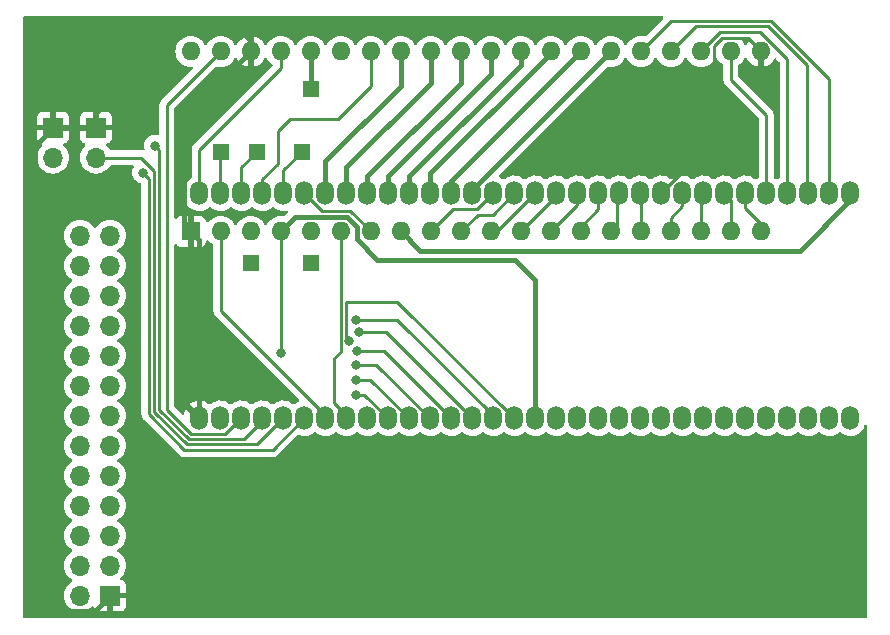
<source format=gbr>
%TF.GenerationSoftware,KiCad,Pcbnew,7.0.9-7.0.9~ubuntu20.04.1*%
%TF.CreationDate,2023-12-27T13:11:39+01:00*%
%TF.ProjectId,6303X_SDIP_Addon,36333033-585f-4534-9449-505f4164646f,rev?*%
%TF.SameCoordinates,Original*%
%TF.FileFunction,Copper,L1,Top*%
%TF.FilePolarity,Positive*%
%FSLAX46Y46*%
G04 Gerber Fmt 4.6, Leading zero omitted, Abs format (unit mm)*
G04 Created by KiCad (PCBNEW 7.0.9-7.0.9~ubuntu20.04.1) date 2023-12-27 13:11:39*
%MOMM*%
%LPD*%
G01*
G04 APERTURE LIST*
%TA.AperFunction,ComponentPad*%
%ADD10R,1.700000X1.700000*%
%TD*%
%TA.AperFunction,ComponentPad*%
%ADD11O,1.700000X1.700000*%
%TD*%
%TA.AperFunction,ComponentPad*%
%ADD12R,1.350000X1.350000*%
%TD*%
%TA.AperFunction,ComponentPad*%
%ADD13R,1.600000X1.600000*%
%TD*%
%TA.AperFunction,ComponentPad*%
%ADD14O,1.600000X1.600000*%
%TD*%
%TA.AperFunction,ComponentPad*%
%ADD15O,1.500000X2.000000*%
%TD*%
%TA.AperFunction,ViaPad*%
%ADD16C,0.800000*%
%TD*%
%TA.AperFunction,Conductor*%
%ADD17C,0.400000*%
%TD*%
%TA.AperFunction,Conductor*%
%ADD18C,0.250000*%
%TD*%
G04 APERTURE END LIST*
D10*
%TO.P,JP1,1,A*%
%TO.N,GND*%
X162052000Y-43942000D03*
D11*
%TO.P,JP1,2,B*%
%TO.N,/MP0*%
X162052000Y-46482000D03*
%TD*%
D12*
%TO.P,J4,1,Pin_1*%
%TO.N,Net-(J4-Pin_1)*%
X183896000Y-40640000D03*
%TD*%
D13*
%TO.P,U3,1,VSS*%
%TO.N,GND*%
X173736000Y-52730400D03*
D14*
%TO.P,U3,2,~{HALT}*%
%TO.N,/~{HALT}*%
X176276000Y-52730400D03*
%TO.P,U3,3,MR*%
%TO.N,Net-(J3-Pin_1)*%
X178816000Y-52730400D03*
%TO.P,U3,4,~{IRQ}*%
%TO.N,/~{IRQ1}*%
X181356000Y-52730400D03*
%TO.P,U3,5,VMA*%
%TO.N,Net-(J6-Pin_1)*%
X183896000Y-52730400D03*
%TO.P,U3,6,~{NMI}*%
%TO.N,/~{NMI}*%
X186436000Y-52730400D03*
%TO.P,U3,7,BA*%
%TO.N,/BA*%
X188976000Y-52730400D03*
%TO.P,U3,8,VCC*%
%TO.N,+5V*%
X191516000Y-52730400D03*
%TO.P,U3,9,A0*%
%TO.N,/A0*%
X194056000Y-52730400D03*
%TO.P,U3,10,A1*%
%TO.N,/A1*%
X196596000Y-52730400D03*
%TO.P,U3,11,A2*%
%TO.N,/A2*%
X199136000Y-52730400D03*
%TO.P,U3,12,A3*%
%TO.N,/A3*%
X201676000Y-52730400D03*
%TO.P,U3,13,A4*%
%TO.N,/A4*%
X204216000Y-52730400D03*
%TO.P,U3,14,A5*%
%TO.N,/A5*%
X206756000Y-52730400D03*
%TO.P,U3,15,A6*%
%TO.N,/A6*%
X209296000Y-52730400D03*
%TO.P,U3,16,A7*%
%TO.N,/A7*%
X211836000Y-52730400D03*
%TO.P,U3,17,A8*%
%TO.N,/A8*%
X214376000Y-52730400D03*
%TO.P,U3,18,A9*%
%TO.N,/A9*%
X216916000Y-52730400D03*
%TO.P,U3,19,A10*%
%TO.N,/A10*%
X219456000Y-52730400D03*
%TO.P,U3,20,A11*%
%TO.N,/A11*%
X221996000Y-52730400D03*
%TO.P,U3,21,VSS*%
%TO.N,GND*%
X221996000Y-37490400D03*
%TO.P,U3,22,A12*%
%TO.N,/A12*%
X219456000Y-37490400D03*
%TO.P,U3,23,A13*%
%TO.N,/A13*%
X216916000Y-37490400D03*
%TO.P,U3,24,A14*%
%TO.N,/A14*%
X214376000Y-37490400D03*
%TO.P,U3,25,A15*%
%TO.N,/A15*%
X211836000Y-37490400D03*
%TO.P,U3,26,D7*%
%TO.N,/D7*%
X209296000Y-37490400D03*
%TO.P,U3,27,D6*%
%TO.N,/D6*%
X206756000Y-37490400D03*
%TO.P,U3,28,D5*%
%TO.N,/D5*%
X204216000Y-37490400D03*
%TO.P,U3,29,D4*%
%TO.N,/D4*%
X201676000Y-37490400D03*
%TO.P,U3,30,D3*%
%TO.N,/D3*%
X199136000Y-37490400D03*
%TO.P,U3,31,D2*%
%TO.N,/D2*%
X196596000Y-37490400D03*
%TO.P,U3,32,D1*%
%TO.N,/D1*%
X194056000Y-37490400D03*
%TO.P,U3,33,D0*%
%TO.N,/D0*%
X191516000Y-37490400D03*
%TO.P,U3,34,R/~{W}*%
%TO.N,/R{slash}~{W}*%
X188976000Y-37490400D03*
%TO.P,U3,35,VCC_STANDBY*%
%TO.N,+5C*%
X186436000Y-37490400D03*
%TO.P,U3,36,RE*%
%TO.N,Net-(J4-Pin_1)*%
X183896000Y-37490400D03*
%TO.P,U3,37,E*%
%TO.N,/PHI2*%
X181356000Y-37490400D03*
%TO.P,U3,38,XTAL*%
%TO.N,GND*%
X178816000Y-37490400D03*
%TO.P,U3,39,EXTAL*%
%TO.N,/CPUCLK*%
X176276000Y-37490400D03*
%TO.P,U3,40,~{RESET}*%
%TO.N,/~{RST}*%
X173736000Y-37490400D03*
%TD*%
D10*
%TO.P,J1,1,Pin_1*%
%TO.N,GND*%
X166878000Y-83566000D03*
D11*
%TO.P,J1,2,Pin_2*%
%TO.N,/P67*%
X164338000Y-83566000D03*
%TO.P,J1,3,Pin_3*%
%TO.N,/P66*%
X166878000Y-81026000D03*
%TO.P,J1,4,Pin_4*%
%TO.N,/P65*%
X164338000Y-81026000D03*
%TO.P,J1,5,Pin_5*%
%TO.N,/P64*%
X166878000Y-78486000D03*
%TO.P,J1,6,Pin_6*%
%TO.N,/P63*%
X164338000Y-78486000D03*
%TO.P,J1,7,Pin_7*%
%TO.N,/P62*%
X166878000Y-75946000D03*
%TO.P,J1,8,Pin_8*%
%TO.N,/P61*%
X164338000Y-75946000D03*
%TO.P,J1,9,Pin_9*%
%TO.N,/P60*%
X166878000Y-73406000D03*
%TO.P,J1,10,Pin_10*%
%TO.N,/P57*%
X164338000Y-73406000D03*
%TO.P,J1,11,Pin_11*%
%TO.N,/P56*%
X166878000Y-70866000D03*
%TO.P,J1,12,Pin_12*%
%TO.N,/P55*%
X164338000Y-70866000D03*
%TO.P,J1,13,Pin_13*%
%TO.N,/P54*%
X166878000Y-68326000D03*
%TO.P,J1,14,Pin_14*%
%TO.N,/P53*%
X164338000Y-68326000D03*
%TO.P,J1,15,Pin_15*%
%TO.N,/P52*%
X166878000Y-65786000D03*
%TO.P,J1,16,Pin_16*%
%TO.N,/P51*%
X164338000Y-65786000D03*
%TO.P,J1,17,Pin_17*%
%TO.N,/~{IRQ1}*%
X166878000Y-63246000D03*
%TO.P,J1,18,Pin_18*%
%TO.N,/P27*%
X164338000Y-63246000D03*
%TO.P,J1,19,Pin_19*%
%TO.N,/P26*%
X166878000Y-60706000D03*
%TO.P,J1,20,Pin_20*%
%TO.N,/P25*%
X164338000Y-60706000D03*
%TO.P,J1,21,Pin_21*%
%TO.N,/P24*%
X166878000Y-58166000D03*
%TO.P,J1,22,Pin_22*%
%TO.N,/P23*%
X164338000Y-58166000D03*
%TO.P,J1,23,Pin_23*%
%TO.N,/P22*%
X166878000Y-55626000D03*
%TO.P,J1,24,Pin_24*%
%TO.N,/P21*%
X164338000Y-55626000D03*
%TO.P,J1,25,Pin_25*%
%TO.N,/P20*%
X166878000Y-53086000D03*
%TO.P,J1,26,Pin_26*%
%TO.N,+5V*%
X164338000Y-53086000D03*
%TD*%
D15*
%TO.P,U2,1,GND*%
%TO.N,GND*%
X174442000Y-68550000D03*
%TO.P,U2,2,XTAL*%
%TO.N,unconnected-(U2-XTAL-Pad2)*%
X176220000Y-68550000D03*
%TO.P,U2,3,EXTAL/CLK*%
%TO.N,/CPUCLK*%
X177998000Y-68550000D03*
%TO.P,U2,4,MP0*%
%TO.N,/MP0*%
X179776000Y-68550000D03*
%TO.P,U2,5,MP1*%
%TO.N,/MP1*%
X181554000Y-68550000D03*
%TO.P,U2,6,~{RST}*%
%TO.N,/~{RST}*%
X183332000Y-68550000D03*
%TO.P,U2,7,~{STBY}*%
%TO.N,/~{HALT}*%
X185110000Y-68550000D03*
%TO.P,U2,8,~{NMI}*%
%TO.N,/~{NMI}*%
X186888000Y-68550000D03*
%TO.P,U2,9,P20/Tin*%
%TO.N,/P20*%
X188666000Y-68550000D03*
%TO.P,U2,10,P21/Tout1*%
%TO.N,/P21*%
X190444000Y-68550000D03*
%TO.P,U2,11,P22/SCLK*%
%TO.N,/P22*%
X192222000Y-68550000D03*
%TO.P,U2,12,P23/RX*%
%TO.N,/P23*%
X194000000Y-68550000D03*
%TO.P,U2,13,P24/TX*%
%TO.N,/P24*%
X195778000Y-68550000D03*
%TO.P,U2,14,P25/Tout2*%
%TO.N,/P25*%
X197556000Y-68550000D03*
%TO.P,U2,15,P26/Tout3*%
%TO.N,/P26*%
X199334000Y-68550000D03*
%TO.P,U2,16,P27/Tclk*%
%TO.N,/P27*%
X201112000Y-68550000D03*
%TO.P,U2,17,P50/~{IRQ1}*%
%TO.N,/~{IRQ1}*%
X202890000Y-68550000D03*
%TO.P,U2,18,P51/~{IRQ2}*%
%TO.N,/P51*%
X204668000Y-68550000D03*
%TO.P,U2,19,P52/MR*%
%TO.N,/P52*%
X206446000Y-68550000D03*
%TO.P,U2,20,P53/~{HALT}*%
%TO.N,/P53*%
X208224000Y-68550000D03*
%TO.P,U2,21,P54*%
%TO.N,/P54*%
X210002000Y-68550000D03*
%TO.P,U2,22,P55*%
%TO.N,/P55*%
X211780000Y-68550000D03*
%TO.P,U2,23,P56*%
%TO.N,/P56*%
X213558000Y-68550000D03*
%TO.P,U2,24,P57*%
%TO.N,/P57*%
X215336000Y-68550000D03*
%TO.P,U2,25,P60*%
%TO.N,/P60*%
X217114000Y-68550000D03*
%TO.P,U2,26,P61*%
%TO.N,/P61*%
X218892000Y-68550000D03*
%TO.P,U2,27,P62*%
%TO.N,/P62*%
X220670000Y-68550000D03*
%TO.P,U2,28,P63*%
%TO.N,/P63*%
X222448000Y-68550000D03*
%TO.P,U2,29,P64*%
%TO.N,/P64*%
X224226000Y-68550000D03*
%TO.P,U2,30,P65*%
%TO.N,/P65*%
X226004000Y-68550000D03*
%TO.P,U2,31,P66*%
%TO.N,/P66*%
X227782000Y-68550000D03*
%TO.P,U2,32,P67*%
%TO.N,/P67*%
X229560000Y-68550000D03*
%TO.P,U2,33,Vcc*%
%TO.N,+5V*%
X229560000Y-49500000D03*
%TO.P,U2,34,A15*%
%TO.N,/A15*%
X227782000Y-49500000D03*
%TO.P,U2,35,A14*%
%TO.N,/A14*%
X226004000Y-49500000D03*
%TO.P,U2,36,A13*%
%TO.N,/A13*%
X224226000Y-49500000D03*
%TO.P,U2,37,A12*%
%TO.N,/A12*%
X222448000Y-49500000D03*
%TO.P,U2,38,A11*%
%TO.N,/A11*%
X220670000Y-49500000D03*
%TO.P,U2,39,A10*%
%TO.N,/A10*%
X218892000Y-49500000D03*
%TO.P,U2,40,A9*%
%TO.N,/A9*%
X217114000Y-49500000D03*
%TO.P,U2,41,A8*%
%TO.N,/A8*%
X215336000Y-49500000D03*
%TO.P,U2,42,GND*%
%TO.N,GND*%
X213558000Y-49500000D03*
%TO.P,U2,43,A7*%
%TO.N,/A7*%
X211780000Y-49500000D03*
%TO.P,U2,44,A6*%
%TO.N,/A6*%
X210002000Y-49500000D03*
%TO.P,U2,45,A5*%
%TO.N,/A5*%
X208224000Y-49500000D03*
%TO.P,U2,46,A4*%
%TO.N,/A4*%
X206446000Y-49500000D03*
%TO.P,U2,47,A3*%
%TO.N,/A3*%
X204668000Y-49500000D03*
%TO.P,U2,48,A2*%
%TO.N,/A2*%
X202890000Y-49500000D03*
%TO.P,U2,49,A1*%
%TO.N,/A1*%
X201112000Y-49500000D03*
%TO.P,U2,50,A0*%
%TO.N,/A0*%
X199334000Y-49500000D03*
%TO.P,U2,51,D7*%
%TO.N,/D7*%
X197556000Y-49500000D03*
%TO.P,U2,52,D6*%
%TO.N,/D6*%
X195778000Y-49500000D03*
%TO.P,U2,53,D5*%
%TO.N,/D5*%
X194000000Y-49500000D03*
%TO.P,U2,54,D4*%
%TO.N,/D4*%
X192222000Y-49500000D03*
%TO.P,U2,55,D3*%
%TO.N,/D3*%
X190444000Y-49500000D03*
%TO.P,U2,56,D2*%
%TO.N,/D2*%
X188666000Y-49500000D03*
%TO.P,U2,57,D1*%
%TO.N,/D1*%
X186888000Y-49500000D03*
%TO.P,U2,58,D0*%
%TO.N,/D0*%
X185110000Y-49500000D03*
%TO.P,U2,59,BA*%
%TO.N,/BA*%
X183332000Y-49500000D03*
%TO.P,U2,60,~{LIR}*%
%TO.N,/~{LIR}*%
X181554000Y-49500000D03*
%TO.P,U2,61,R/~{W}*%
%TO.N,/R{slash}~{W}*%
X179776000Y-49500000D03*
%TO.P,U2,62,~{WR}*%
%TO.N,/~{WR}*%
X177998000Y-49500000D03*
%TO.P,U2,63,~{RD}*%
%TO.N,/~{RD}*%
X176220000Y-49500000D03*
%TO.P,U2,64,E*%
%TO.N,/PHI2*%
X174442000Y-49500000D03*
%TD*%
D10*
%TO.P,JP2,1,A*%
%TO.N,GND*%
X165709600Y-43942000D03*
D11*
%TO.P,JP2,2,B*%
%TO.N,/MP1*%
X165709600Y-46482000D03*
%TD*%
D12*
%TO.P,J7,1,Pin_1*%
%TO.N,/~{LIR}*%
X183134000Y-45974000D03*
%TD*%
%TO.P,J6,1,Pin_1*%
%TO.N,Net-(J6-Pin_1)*%
X183896000Y-55372000D03*
%TD*%
%TO.P,J9,1,Pin_1*%
%TO.N,/~{WR}*%
X179324000Y-45974000D03*
%TD*%
%TO.P,J8,1,Pin_1*%
%TO.N,/~{RD}*%
X176276000Y-45974000D03*
%TD*%
%TO.P,J3,1,Pin_1*%
%TO.N,Net-(J3-Pin_1)*%
X178816000Y-55372000D03*
%TD*%
D16*
%TO.N,/P21*%
X187706000Y-66548000D03*
%TO.N,/P22*%
X187706000Y-65278000D03*
%TO.N,/~{IRQ1}*%
X181356000Y-62992000D03*
%TO.N,/~{RST}*%
X169672000Y-47752000D03*
%TO.N,/P23*%
X187706000Y-64008000D03*
%TO.N,/P24*%
X187772216Y-62831644D03*
%TO.N,/MP0*%
X170688000Y-45466000D03*
%TO.N,/P25*%
X187948584Y-61274276D03*
%TO.N,/P26*%
X187686999Y-60198000D03*
%TO.N,/P27*%
X187165997Y-61974321D03*
%TD*%
D17*
%TO.N,+5V*%
X225298000Y-54356000D02*
X229560000Y-50094000D01*
X191516000Y-52730400D02*
X193141600Y-54356000D01*
X193141600Y-54356000D02*
X225298000Y-54356000D01*
X229560000Y-50094000D02*
X229560000Y-49500000D01*
%TO.N,GND*%
X163322000Y-84836000D02*
X160528000Y-82042000D01*
X178816000Y-36576000D02*
X178816000Y-37490400D01*
X174442000Y-53436400D02*
X173736000Y-52730400D01*
X178054000Y-35814000D02*
X178816000Y-36576000D01*
X174442000Y-68550000D02*
X174442000Y-53436400D01*
D18*
X218041000Y-37001796D02*
X218041000Y-45017000D01*
D17*
X165709600Y-43942000D02*
X165709600Y-42692000D01*
X160528000Y-45466000D02*
X162052000Y-43942000D01*
X165608000Y-84836000D02*
X163322000Y-84836000D01*
D18*
X220871000Y-36365400D02*
X218677396Y-36365400D01*
D17*
X178816000Y-37490400D02*
X173136000Y-43170400D01*
D18*
X218041000Y-45017000D02*
X213558000Y-49500000D01*
D17*
X162052000Y-43942000D02*
X165709600Y-43942000D01*
X165709600Y-42692000D02*
X172587600Y-35814000D01*
X160528000Y-82042000D02*
X160528000Y-45466000D01*
X166878000Y-83566000D02*
X165608000Y-84836000D01*
X173136000Y-43170400D02*
X173136000Y-52130400D01*
D18*
X218677396Y-36365400D02*
X218041000Y-37001796D01*
D17*
X173136000Y-52130400D02*
X173736000Y-52730400D01*
D18*
X221996000Y-37490400D02*
X220871000Y-36365400D01*
D17*
X172587600Y-35814000D02*
X178054000Y-35814000D01*
D18*
%TO.N,/P21*%
X187706000Y-66548000D02*
X188442000Y-66548000D01*
X188442000Y-66548000D02*
X190444000Y-68550000D01*
%TO.N,/P22*%
X188950000Y-65278000D02*
X187706000Y-65278000D01*
X192222000Y-68550000D02*
X188950000Y-65278000D01*
%TO.N,/~{NMI}*%
X185888000Y-67300000D02*
X185888000Y-63494412D01*
X186436000Y-62946412D02*
X186436000Y-52730400D01*
X186888000Y-68300000D02*
X185888000Y-67300000D01*
X185888000Y-63494412D02*
X186436000Y-62946412D01*
X186888000Y-68550000D02*
X186888000Y-68300000D01*
D17*
%TO.N,/~{IRQ1}*%
X187776000Y-52373343D02*
X187776000Y-53410000D01*
D18*
X181356000Y-52730400D02*
X181356000Y-62992000D01*
D17*
X187776000Y-53410000D02*
X189484000Y-55118000D01*
X181356000Y-52730400D02*
X182556000Y-51530400D01*
X202890000Y-56840000D02*
X202890000Y-68550000D01*
X182556000Y-51530400D02*
X186933057Y-51530400D01*
X186933057Y-51530400D02*
X187776000Y-52373343D01*
X201168000Y-55118000D02*
X202890000Y-56840000D01*
X189484000Y-55118000D02*
X201168000Y-55118000D01*
D18*
%TO.N,/~{RST}*%
X170180000Y-68203188D02*
X170180000Y-48260000D01*
X183332000Y-68550000D02*
X180657000Y-71225000D01*
X173201812Y-71225000D02*
X170180000Y-68203188D01*
X180657000Y-71225000D02*
X173201812Y-71225000D01*
X170180000Y-48260000D02*
X169672000Y-47752000D01*
%TO.N,/P23*%
X187706000Y-64008000D02*
X189458000Y-64008000D01*
X189458000Y-64008000D02*
X194000000Y-68550000D01*
%TO.N,/P24*%
X190059644Y-62831644D02*
X187772216Y-62831644D01*
X195778000Y-68550000D02*
X190059644Y-62831644D01*
%TO.N,/A15*%
X222885000Y-34925000D02*
X214401400Y-34925000D01*
X227782000Y-39822000D02*
X222885000Y-34925000D01*
X214401400Y-34925000D02*
X211836000Y-37490400D01*
X227782000Y-49500000D02*
X227782000Y-39822000D01*
%TO.N,/A14*%
X225875000Y-38677000D02*
X225875000Y-49500000D01*
X216491400Y-35375000D02*
X222573000Y-35375000D01*
X214376000Y-37490400D02*
X216491400Y-35375000D01*
X222573000Y-35375000D02*
X225875000Y-38677000D01*
%TO.N,/A13*%
X221921591Y-35825000D02*
X218581400Y-35825000D01*
X224226000Y-49500000D02*
X224226000Y-38129409D01*
X218581400Y-35825000D02*
X216916000Y-37490400D01*
X224226000Y-38129409D02*
X221921591Y-35825000D01*
%TO.N,/A12*%
X222448000Y-49500000D02*
X222448000Y-42870000D01*
X219456000Y-39878000D02*
X219456000Y-37490400D01*
X222448000Y-42870000D02*
X219456000Y-39878000D01*
%TO.N,/A11*%
X221996000Y-52730400D02*
X221996000Y-52070000D01*
X220670000Y-50744000D02*
X220670000Y-49500000D01*
X221996000Y-52070000D02*
X220670000Y-50744000D01*
%TO.N,/A10*%
X219456000Y-52730400D02*
X219456000Y-50064000D01*
X219456000Y-50064000D02*
X218892000Y-49500000D01*
%TO.N,/A9*%
X216916000Y-52730400D02*
X216916000Y-49698000D01*
X216916000Y-49698000D02*
X217114000Y-49500000D01*
%TO.N,/A8*%
X215336000Y-50602000D02*
X215336000Y-49500000D01*
X214376000Y-51562000D02*
X215336000Y-50602000D01*
X214376000Y-52730400D02*
X214376000Y-51562000D01*
D17*
%TO.N,/D7*%
X197556000Y-49500000D02*
X197556000Y-49230400D01*
X197556000Y-49230400D02*
X209296000Y-37490400D01*
%TO.N,/D6*%
X195778000Y-49500000D02*
X195778000Y-48468400D01*
X195778000Y-48468400D02*
X206756000Y-37490400D01*
%TO.N,/D5*%
X194000000Y-47808000D02*
X204216000Y-37592000D01*
X204216000Y-37592000D02*
X204216000Y-37490400D01*
X194000000Y-49500000D02*
X194000000Y-47808000D01*
%TO.N,/D4*%
X192222000Y-49500000D02*
X192222000Y-48062000D01*
X192222000Y-48062000D02*
X201676000Y-38608000D01*
X201676000Y-38608000D02*
X201676000Y-37490400D01*
%TO.N,/D3*%
X190444000Y-49500000D02*
X190444000Y-48062000D01*
X190444000Y-48062000D02*
X199136000Y-39370000D01*
X199136000Y-39370000D02*
X199136000Y-37490400D01*
%TO.N,/D2*%
X188666000Y-49500000D02*
X188666000Y-48062000D01*
X196596000Y-40132000D02*
X196596000Y-37490400D01*
X188666000Y-48062000D02*
X196596000Y-40132000D01*
%TO.N,/D1*%
X186888000Y-47300000D02*
X194056000Y-40132000D01*
X194056000Y-40132000D02*
X194056000Y-37490400D01*
X186888000Y-49500000D02*
X186888000Y-47300000D01*
%TO.N,/D0*%
X191516000Y-40386000D02*
X191516000Y-37490400D01*
X185110000Y-49500000D02*
X185110000Y-46792000D01*
X185110000Y-46792000D02*
X191516000Y-40386000D01*
D18*
%TO.N,/R{slash}~{W}*%
X181102000Y-46990000D02*
X181102000Y-44196000D01*
X179776000Y-48316000D02*
X181102000Y-46990000D01*
X186182000Y-43180000D02*
X188976000Y-40386000D01*
X188976000Y-40386000D02*
X188976000Y-37490400D01*
X181102000Y-44196000D02*
X182118000Y-43180000D01*
X182118000Y-43180000D02*
X186182000Y-43180000D01*
X179776000Y-49500000D02*
X179776000Y-48316000D01*
%TO.N,/A0*%
X199334000Y-49500000D02*
X198009000Y-50825000D01*
X198009000Y-50825000D02*
X195961400Y-50825000D01*
X195961400Y-50825000D02*
X194056000Y-52730400D01*
%TO.N,/A1*%
X199304000Y-51308000D02*
X198018400Y-51308000D01*
X198018400Y-51308000D02*
X196596000Y-52730400D01*
X201112000Y-49500000D02*
X199304000Y-51308000D01*
%TO.N,/A2*%
X202890000Y-49500000D02*
X199659600Y-52730400D01*
X199659600Y-52730400D02*
X199136000Y-52730400D01*
%TO.N,/A3*%
X201676000Y-52730400D02*
X204668000Y-49738400D01*
X204668000Y-49738400D02*
X204668000Y-49500000D01*
%TO.N,/A4*%
X206446000Y-50500400D02*
X206446000Y-49500000D01*
X204216000Y-52730400D02*
X206446000Y-50500400D01*
%TO.N,/A5*%
X206756000Y-52324000D02*
X208224000Y-50856000D01*
X206756000Y-52730400D02*
X206756000Y-52324000D01*
X208224000Y-50856000D02*
X208224000Y-49500000D01*
%TO.N,/A6*%
X209296000Y-52730400D02*
X209804000Y-52222400D01*
X209804000Y-49698000D02*
X210002000Y-49500000D01*
X209804000Y-52222400D02*
X209804000Y-49698000D01*
%TO.N,/A7*%
X211836000Y-52730400D02*
X211836000Y-49556000D01*
X211836000Y-49556000D02*
X211780000Y-49500000D01*
%TO.N,/PHI2*%
X174442000Y-45808000D02*
X181356000Y-38894000D01*
X174442000Y-49500000D02*
X174442000Y-45808000D01*
X181356000Y-38894000D02*
X181356000Y-37490400D01*
%TO.N,/CPUCLK*%
X173761000Y-69875000D02*
X171704000Y-67818000D01*
X177998000Y-68550000D02*
X176673000Y-69875000D01*
X176673000Y-69875000D02*
X173761000Y-69875000D01*
X171704000Y-42062400D02*
X176276000Y-37490400D01*
X171704000Y-67818000D02*
X171704000Y-42062400D01*
%TO.N,/MP0*%
X179776000Y-68800000D02*
X178251000Y-70325000D01*
X179776000Y-68550000D02*
X179776000Y-68800000D01*
X173574604Y-70325000D02*
X171080000Y-67830396D01*
X178251000Y-70325000D02*
X173574604Y-70325000D01*
X171080000Y-45858000D02*
X170688000Y-45466000D01*
X171080000Y-67830396D02*
X171080000Y-45858000D01*
%TO.N,/MP1*%
X179329000Y-70775000D02*
X173388208Y-70775000D01*
X173388208Y-70775000D02*
X170630000Y-68016792D01*
X181554000Y-68550000D02*
X179329000Y-70775000D01*
X170630000Y-47613984D02*
X169498016Y-46482000D01*
X170630000Y-68016792D02*
X170630000Y-47613984D01*
X169498016Y-46482000D02*
X165709600Y-46482000D01*
D17*
%TO.N,Net-(J4-Pin_1)*%
X183896000Y-37490400D02*
X183896000Y-40640000D01*
D18*
%TO.N,/~{HALT}*%
X176276000Y-59466000D02*
X176276000Y-52730400D01*
X185110000Y-68300000D02*
X176276000Y-59466000D01*
X185110000Y-68550000D02*
X185110000Y-68300000D01*
%TO.N,/BA*%
X184837400Y-51005400D02*
X187251000Y-51005400D01*
X183332000Y-49500000D02*
X184837400Y-51005400D01*
X187251000Y-51005400D02*
X188976000Y-52730400D01*
%TO.N,/P25*%
X197556000Y-68550000D02*
X190280276Y-61274276D01*
X190280276Y-61274276D02*
X187948584Y-61274276D01*
%TO.N,/P26*%
X199334000Y-68550000D02*
X199334000Y-68300000D01*
X191232000Y-60198000D02*
X187686999Y-60198000D01*
X199334000Y-68300000D02*
X191232000Y-60198000D01*
%TO.N,/P27*%
X186944000Y-58674000D02*
X186911999Y-58706001D01*
X186911999Y-61720323D02*
X187165997Y-61974321D01*
X186911999Y-58706001D02*
X186911999Y-61720323D01*
X201112000Y-68550000D02*
X191236000Y-58674000D01*
X191236000Y-58674000D02*
X186944000Y-58674000D01*
%TO.N,/~{LIR}*%
X181554000Y-49500000D02*
X181554000Y-47554000D01*
X181554000Y-47554000D02*
X183134000Y-45974000D01*
%TO.N,/~{WR}*%
X179324000Y-45974000D02*
X177998000Y-47300000D01*
X177998000Y-47300000D02*
X177998000Y-49500000D01*
%TO.N,/~{RD}*%
X176220000Y-46030000D02*
X176276000Y-45974000D01*
X176220000Y-49500000D02*
X176220000Y-46030000D01*
%TD*%
%TA.AperFunction,Conductor*%
%TO.N,GND*%
G36*
X213708985Y-34520185D02*
G01*
X213754740Y-34572989D01*
X213764684Y-34642147D01*
X213735659Y-34705703D01*
X213729627Y-34712181D01*
X212250821Y-36190986D01*
X212189498Y-36224471D01*
X212131048Y-36223080D01*
X212062697Y-36204766D01*
X212062693Y-36204765D01*
X212062692Y-36204765D01*
X211949346Y-36194848D01*
X211836001Y-36184932D01*
X211835998Y-36184932D01*
X211609313Y-36204764D01*
X211609302Y-36204766D01*
X211389511Y-36263658D01*
X211389502Y-36263661D01*
X211183267Y-36359831D01*
X211183265Y-36359832D01*
X210996858Y-36490354D01*
X210835954Y-36651258D01*
X210705432Y-36837665D01*
X210705431Y-36837667D01*
X210678382Y-36895675D01*
X210632209Y-36948114D01*
X210565016Y-36967266D01*
X210498135Y-36947050D01*
X210453618Y-36895675D01*
X210426686Y-36837920D01*
X210426568Y-36837666D01*
X210296047Y-36651261D01*
X210296045Y-36651258D01*
X210135141Y-36490354D01*
X209948734Y-36359832D01*
X209948732Y-36359831D01*
X209742497Y-36263661D01*
X209742488Y-36263658D01*
X209522697Y-36204766D01*
X209522693Y-36204765D01*
X209522692Y-36204765D01*
X209522691Y-36204764D01*
X209522686Y-36204764D01*
X209296002Y-36184932D01*
X209295998Y-36184932D01*
X209069313Y-36204764D01*
X209069302Y-36204766D01*
X208849511Y-36263658D01*
X208849502Y-36263661D01*
X208643267Y-36359831D01*
X208643265Y-36359832D01*
X208456858Y-36490354D01*
X208295954Y-36651258D01*
X208165432Y-36837665D01*
X208165431Y-36837667D01*
X208138382Y-36895675D01*
X208092209Y-36948114D01*
X208025016Y-36967266D01*
X207958135Y-36947050D01*
X207913618Y-36895675D01*
X207886686Y-36837920D01*
X207886568Y-36837666D01*
X207756047Y-36651261D01*
X207756045Y-36651258D01*
X207595141Y-36490354D01*
X207408734Y-36359832D01*
X207408732Y-36359831D01*
X207202497Y-36263661D01*
X207202488Y-36263658D01*
X206982697Y-36204766D01*
X206982693Y-36204765D01*
X206982692Y-36204765D01*
X206982691Y-36204764D01*
X206982686Y-36204764D01*
X206756002Y-36184932D01*
X206755998Y-36184932D01*
X206529313Y-36204764D01*
X206529302Y-36204766D01*
X206309511Y-36263658D01*
X206309502Y-36263661D01*
X206103267Y-36359831D01*
X206103265Y-36359832D01*
X205916858Y-36490354D01*
X205755954Y-36651258D01*
X205625432Y-36837665D01*
X205625431Y-36837667D01*
X205598382Y-36895675D01*
X205552209Y-36948114D01*
X205485016Y-36967266D01*
X205418135Y-36947050D01*
X205373618Y-36895675D01*
X205346686Y-36837920D01*
X205346568Y-36837666D01*
X205216047Y-36651261D01*
X205216045Y-36651258D01*
X205055141Y-36490354D01*
X204868734Y-36359832D01*
X204868732Y-36359831D01*
X204662497Y-36263661D01*
X204662488Y-36263658D01*
X204442697Y-36204766D01*
X204442693Y-36204765D01*
X204442692Y-36204765D01*
X204442691Y-36204764D01*
X204442686Y-36204764D01*
X204216002Y-36184932D01*
X204215998Y-36184932D01*
X203989313Y-36204764D01*
X203989302Y-36204766D01*
X203769511Y-36263658D01*
X203769502Y-36263661D01*
X203563267Y-36359831D01*
X203563265Y-36359832D01*
X203376858Y-36490354D01*
X203215954Y-36651258D01*
X203085432Y-36837665D01*
X203085431Y-36837667D01*
X203058382Y-36895675D01*
X203012209Y-36948114D01*
X202945016Y-36967266D01*
X202878135Y-36947050D01*
X202833618Y-36895675D01*
X202806686Y-36837920D01*
X202806568Y-36837666D01*
X202676047Y-36651261D01*
X202676045Y-36651258D01*
X202515141Y-36490354D01*
X202328734Y-36359832D01*
X202328732Y-36359831D01*
X202122497Y-36263661D01*
X202122488Y-36263658D01*
X201902697Y-36204766D01*
X201902693Y-36204765D01*
X201902692Y-36204765D01*
X201902691Y-36204764D01*
X201902686Y-36204764D01*
X201676002Y-36184932D01*
X201675998Y-36184932D01*
X201449313Y-36204764D01*
X201449302Y-36204766D01*
X201229511Y-36263658D01*
X201229502Y-36263661D01*
X201023267Y-36359831D01*
X201023265Y-36359832D01*
X200836858Y-36490354D01*
X200675954Y-36651258D01*
X200545432Y-36837665D01*
X200545431Y-36837667D01*
X200518382Y-36895675D01*
X200472209Y-36948114D01*
X200405016Y-36967266D01*
X200338135Y-36947050D01*
X200293618Y-36895675D01*
X200266686Y-36837920D01*
X200266568Y-36837666D01*
X200136047Y-36651261D01*
X200136045Y-36651258D01*
X199975141Y-36490354D01*
X199788734Y-36359832D01*
X199788732Y-36359831D01*
X199582497Y-36263661D01*
X199582488Y-36263658D01*
X199362697Y-36204766D01*
X199362693Y-36204765D01*
X199362692Y-36204765D01*
X199362691Y-36204764D01*
X199362686Y-36204764D01*
X199136002Y-36184932D01*
X199135998Y-36184932D01*
X198909313Y-36204764D01*
X198909302Y-36204766D01*
X198689511Y-36263658D01*
X198689502Y-36263661D01*
X198483267Y-36359831D01*
X198483265Y-36359832D01*
X198296858Y-36490354D01*
X198135954Y-36651258D01*
X198005432Y-36837665D01*
X198005431Y-36837667D01*
X197978382Y-36895675D01*
X197932209Y-36948114D01*
X197865016Y-36967266D01*
X197798135Y-36947050D01*
X197753618Y-36895675D01*
X197726686Y-36837920D01*
X197726568Y-36837666D01*
X197596047Y-36651261D01*
X197596045Y-36651258D01*
X197435141Y-36490354D01*
X197248734Y-36359832D01*
X197248732Y-36359831D01*
X197042497Y-36263661D01*
X197042488Y-36263658D01*
X196822697Y-36204766D01*
X196822693Y-36204765D01*
X196822692Y-36204765D01*
X196822691Y-36204764D01*
X196822686Y-36204764D01*
X196596002Y-36184932D01*
X196595998Y-36184932D01*
X196369313Y-36204764D01*
X196369302Y-36204766D01*
X196149511Y-36263658D01*
X196149502Y-36263661D01*
X195943267Y-36359831D01*
X195943265Y-36359832D01*
X195756858Y-36490354D01*
X195595954Y-36651258D01*
X195465432Y-36837665D01*
X195465431Y-36837667D01*
X195438382Y-36895675D01*
X195392209Y-36948114D01*
X195325016Y-36967266D01*
X195258135Y-36947050D01*
X195213618Y-36895675D01*
X195186686Y-36837920D01*
X195186568Y-36837666D01*
X195056047Y-36651261D01*
X195056045Y-36651258D01*
X194895141Y-36490354D01*
X194708734Y-36359832D01*
X194708732Y-36359831D01*
X194502497Y-36263661D01*
X194502488Y-36263658D01*
X194282697Y-36204766D01*
X194282693Y-36204765D01*
X194282692Y-36204765D01*
X194282691Y-36204764D01*
X194282686Y-36204764D01*
X194056002Y-36184932D01*
X194055998Y-36184932D01*
X193829313Y-36204764D01*
X193829302Y-36204766D01*
X193609511Y-36263658D01*
X193609502Y-36263661D01*
X193403267Y-36359831D01*
X193403265Y-36359832D01*
X193216858Y-36490354D01*
X193055954Y-36651258D01*
X192925432Y-36837665D01*
X192925431Y-36837667D01*
X192898382Y-36895675D01*
X192852209Y-36948114D01*
X192785016Y-36967266D01*
X192718135Y-36947050D01*
X192673618Y-36895675D01*
X192646686Y-36837920D01*
X192646568Y-36837666D01*
X192516047Y-36651261D01*
X192516045Y-36651258D01*
X192355141Y-36490354D01*
X192168734Y-36359832D01*
X192168732Y-36359831D01*
X191962497Y-36263661D01*
X191962488Y-36263658D01*
X191742697Y-36204766D01*
X191742693Y-36204765D01*
X191742692Y-36204765D01*
X191742691Y-36204764D01*
X191742686Y-36204764D01*
X191516002Y-36184932D01*
X191515998Y-36184932D01*
X191289313Y-36204764D01*
X191289302Y-36204766D01*
X191069511Y-36263658D01*
X191069502Y-36263661D01*
X190863267Y-36359831D01*
X190863265Y-36359832D01*
X190676858Y-36490354D01*
X190515954Y-36651258D01*
X190385432Y-36837665D01*
X190385431Y-36837667D01*
X190358382Y-36895675D01*
X190312209Y-36948114D01*
X190245016Y-36967266D01*
X190178135Y-36947050D01*
X190133618Y-36895675D01*
X190106686Y-36837920D01*
X190106568Y-36837666D01*
X189976047Y-36651261D01*
X189976045Y-36651258D01*
X189815141Y-36490354D01*
X189628734Y-36359832D01*
X189628732Y-36359831D01*
X189422497Y-36263661D01*
X189422488Y-36263658D01*
X189202697Y-36204766D01*
X189202693Y-36204765D01*
X189202692Y-36204765D01*
X189202691Y-36204764D01*
X189202686Y-36204764D01*
X188976002Y-36184932D01*
X188975998Y-36184932D01*
X188749313Y-36204764D01*
X188749302Y-36204766D01*
X188529511Y-36263658D01*
X188529502Y-36263661D01*
X188323267Y-36359831D01*
X188323265Y-36359832D01*
X188136858Y-36490354D01*
X187975954Y-36651258D01*
X187845432Y-36837665D01*
X187845431Y-36837667D01*
X187818382Y-36895675D01*
X187772209Y-36948114D01*
X187705016Y-36967266D01*
X187638135Y-36947050D01*
X187593618Y-36895675D01*
X187566686Y-36837920D01*
X187566568Y-36837666D01*
X187436047Y-36651261D01*
X187436045Y-36651258D01*
X187275141Y-36490354D01*
X187088734Y-36359832D01*
X187088732Y-36359831D01*
X186882497Y-36263661D01*
X186882488Y-36263658D01*
X186662697Y-36204766D01*
X186662693Y-36204765D01*
X186662692Y-36204765D01*
X186662691Y-36204764D01*
X186662686Y-36204764D01*
X186436002Y-36184932D01*
X186435998Y-36184932D01*
X186209313Y-36204764D01*
X186209302Y-36204766D01*
X185989511Y-36263658D01*
X185989502Y-36263661D01*
X185783267Y-36359831D01*
X185783265Y-36359832D01*
X185596858Y-36490354D01*
X185435954Y-36651258D01*
X185305432Y-36837665D01*
X185305431Y-36837667D01*
X185278382Y-36895675D01*
X185232209Y-36948114D01*
X185165016Y-36967266D01*
X185098135Y-36947050D01*
X185053618Y-36895675D01*
X185026686Y-36837920D01*
X185026568Y-36837666D01*
X184896047Y-36651261D01*
X184896045Y-36651258D01*
X184735141Y-36490354D01*
X184548734Y-36359832D01*
X184548732Y-36359831D01*
X184342497Y-36263661D01*
X184342488Y-36263658D01*
X184122697Y-36204766D01*
X184122693Y-36204765D01*
X184122692Y-36204765D01*
X184122691Y-36204764D01*
X184122686Y-36204764D01*
X183896002Y-36184932D01*
X183895998Y-36184932D01*
X183669313Y-36204764D01*
X183669302Y-36204766D01*
X183449511Y-36263658D01*
X183449502Y-36263661D01*
X183243267Y-36359831D01*
X183243265Y-36359832D01*
X183056858Y-36490354D01*
X182895954Y-36651258D01*
X182765432Y-36837665D01*
X182765431Y-36837667D01*
X182738382Y-36895675D01*
X182692209Y-36948114D01*
X182625016Y-36967266D01*
X182558135Y-36947050D01*
X182513618Y-36895675D01*
X182486686Y-36837920D01*
X182486568Y-36837666D01*
X182356047Y-36651261D01*
X182356045Y-36651258D01*
X182195141Y-36490354D01*
X182008734Y-36359832D01*
X182008732Y-36359831D01*
X181802497Y-36263661D01*
X181802488Y-36263658D01*
X181582697Y-36204766D01*
X181582693Y-36204765D01*
X181582692Y-36204765D01*
X181582691Y-36204764D01*
X181582686Y-36204764D01*
X181356002Y-36184932D01*
X181355998Y-36184932D01*
X181129313Y-36204764D01*
X181129302Y-36204766D01*
X180909511Y-36263658D01*
X180909502Y-36263661D01*
X180703267Y-36359831D01*
X180703265Y-36359832D01*
X180516858Y-36490354D01*
X180355954Y-36651258D01*
X180225433Y-36837664D01*
X180225432Y-36837666D01*
X180225315Y-36837918D01*
X180198106Y-36896267D01*
X180151933Y-36948706D01*
X180084739Y-36967857D01*
X180017858Y-36947641D01*
X179973342Y-36896265D01*
X179946135Y-36837920D01*
X179946134Y-36837918D01*
X179815657Y-36651579D01*
X179654820Y-36490742D01*
X179468482Y-36360265D01*
X179262328Y-36264134D01*
X179066000Y-36211527D01*
X179066000Y-37174714D01*
X179054045Y-37162759D01*
X178941148Y-37105235D01*
X178847481Y-37090400D01*
X178784519Y-37090400D01*
X178690852Y-37105235D01*
X178577955Y-37162759D01*
X178566000Y-37174714D01*
X178566000Y-36211527D01*
X178369671Y-36264134D01*
X178163517Y-36360265D01*
X177977179Y-36490742D01*
X177816342Y-36651579D01*
X177685867Y-36837915D01*
X177658657Y-36896267D01*
X177612484Y-36948706D01*
X177545290Y-36967857D01*
X177478409Y-36947641D01*
X177433893Y-36896265D01*
X177406685Y-36837918D01*
X177406568Y-36837666D01*
X177276047Y-36651261D01*
X177276045Y-36651258D01*
X177115141Y-36490354D01*
X176928734Y-36359832D01*
X176928732Y-36359831D01*
X176722497Y-36263661D01*
X176722488Y-36263658D01*
X176502697Y-36204766D01*
X176502693Y-36204765D01*
X176502692Y-36204765D01*
X176502691Y-36204764D01*
X176502686Y-36204764D01*
X176276002Y-36184932D01*
X176275998Y-36184932D01*
X176049313Y-36204764D01*
X176049302Y-36204766D01*
X175829511Y-36263658D01*
X175829502Y-36263661D01*
X175623267Y-36359831D01*
X175623265Y-36359832D01*
X175436858Y-36490354D01*
X175275954Y-36651258D01*
X175145432Y-36837665D01*
X175145431Y-36837667D01*
X175118382Y-36895675D01*
X175072209Y-36948114D01*
X175005016Y-36967266D01*
X174938135Y-36947050D01*
X174893618Y-36895675D01*
X174866686Y-36837920D01*
X174866568Y-36837666D01*
X174736047Y-36651261D01*
X174736045Y-36651258D01*
X174575141Y-36490354D01*
X174388734Y-36359832D01*
X174388732Y-36359831D01*
X174182497Y-36263661D01*
X174182488Y-36263658D01*
X173962697Y-36204766D01*
X173962693Y-36204765D01*
X173962692Y-36204765D01*
X173962691Y-36204764D01*
X173962686Y-36204764D01*
X173736002Y-36184932D01*
X173735998Y-36184932D01*
X173509313Y-36204764D01*
X173509302Y-36204766D01*
X173289511Y-36263658D01*
X173289502Y-36263661D01*
X173083267Y-36359831D01*
X173083265Y-36359832D01*
X172896858Y-36490354D01*
X172735954Y-36651258D01*
X172605432Y-36837665D01*
X172605431Y-36837667D01*
X172509261Y-37043902D01*
X172509258Y-37043911D01*
X172450366Y-37263702D01*
X172450364Y-37263713D01*
X172430532Y-37490398D01*
X172430532Y-37490401D01*
X172450364Y-37717086D01*
X172450366Y-37717097D01*
X172509258Y-37936888D01*
X172509261Y-37936897D01*
X172605431Y-38143132D01*
X172605432Y-38143134D01*
X172735954Y-38329541D01*
X172896858Y-38490445D01*
X172896861Y-38490447D01*
X173083266Y-38620968D01*
X173289504Y-38717139D01*
X173509308Y-38776035D01*
X173666780Y-38789812D01*
X173735998Y-38795868D01*
X173735999Y-38795868D01*
X173735999Y-38795867D01*
X173736000Y-38795868D01*
X173780101Y-38792009D01*
X173848599Y-38805775D01*
X173898783Y-38854389D01*
X173914717Y-38922418D01*
X173891343Y-38988261D01*
X173878589Y-39003218D01*
X171320208Y-41561599D01*
X171307951Y-41571420D01*
X171308134Y-41571641D01*
X171302123Y-41576613D01*
X171254772Y-41627036D01*
X171233889Y-41647919D01*
X171233877Y-41647932D01*
X171229621Y-41653417D01*
X171225837Y-41657847D01*
X171193937Y-41691818D01*
X171193936Y-41691820D01*
X171184284Y-41709376D01*
X171173610Y-41725626D01*
X171161329Y-41741461D01*
X171161324Y-41741468D01*
X171142815Y-41784238D01*
X171140245Y-41789484D01*
X171117803Y-41830306D01*
X171112822Y-41849707D01*
X171106521Y-41868110D01*
X171098562Y-41886502D01*
X171098561Y-41886505D01*
X171091271Y-41932527D01*
X171090087Y-41938246D01*
X171078501Y-41983372D01*
X171078500Y-41983382D01*
X171078500Y-42003416D01*
X171076973Y-42022815D01*
X171073840Y-42042594D01*
X171073840Y-42042595D01*
X171078225Y-42088983D01*
X171078500Y-42094821D01*
X171078500Y-44475258D01*
X171058815Y-44542297D01*
X171006011Y-44588052D01*
X170936853Y-44597996D01*
X170928720Y-44596548D01*
X170782647Y-44565500D01*
X170782646Y-44565500D01*
X170593354Y-44565500D01*
X170560897Y-44572398D01*
X170408197Y-44604855D01*
X170408192Y-44604857D01*
X170235270Y-44681848D01*
X170235265Y-44681851D01*
X170082129Y-44793111D01*
X169955466Y-44933785D01*
X169860821Y-45097715D01*
X169860818Y-45097722D01*
X169806651Y-45264432D01*
X169802326Y-45277744D01*
X169786643Y-45426963D01*
X169782540Y-45466000D01*
X169799997Y-45632102D01*
X169802326Y-45654256D01*
X169823102Y-45718197D01*
X169825097Y-45788038D01*
X169789017Y-45847871D01*
X169726316Y-45878699D01*
X169681865Y-45876225D01*
X169681619Y-45877782D01*
X169627890Y-45869272D01*
X169622168Y-45868087D01*
X169577037Y-45856500D01*
X169577035Y-45856500D01*
X169557000Y-45856500D01*
X169537602Y-45854973D01*
X169530178Y-45853797D01*
X169517821Y-45851840D01*
X169517820Y-45851840D01*
X169471432Y-45856225D01*
X169465594Y-45856500D01*
X166984827Y-45856500D01*
X166917788Y-45836815D01*
X166883252Y-45803623D01*
X166748096Y-45610600D01*
X166713402Y-45575906D01*
X166625779Y-45488283D01*
X166592296Y-45426963D01*
X166597280Y-45357271D01*
X166639151Y-45301337D01*
X166670129Y-45284422D01*
X166801686Y-45235354D01*
X166801693Y-45235350D01*
X166916787Y-45149190D01*
X166916790Y-45149187D01*
X167002950Y-45034093D01*
X167002954Y-45034086D01*
X167053196Y-44899379D01*
X167053198Y-44899372D01*
X167059599Y-44839844D01*
X167059600Y-44839827D01*
X167059600Y-44192000D01*
X166143286Y-44192000D01*
X166169093Y-44151844D01*
X166209600Y-44013889D01*
X166209600Y-43870111D01*
X166169093Y-43732156D01*
X166143286Y-43692000D01*
X167059600Y-43692000D01*
X167059600Y-43044172D01*
X167059599Y-43044155D01*
X167053198Y-42984627D01*
X167053196Y-42984620D01*
X167002954Y-42849913D01*
X167002950Y-42849906D01*
X166916790Y-42734812D01*
X166916787Y-42734809D01*
X166801693Y-42648649D01*
X166801686Y-42648645D01*
X166666979Y-42598403D01*
X166666972Y-42598401D01*
X166607444Y-42592000D01*
X165959600Y-42592000D01*
X165959600Y-43506498D01*
X165851915Y-43457320D01*
X165745363Y-43442000D01*
X165673837Y-43442000D01*
X165567285Y-43457320D01*
X165459600Y-43506498D01*
X165459600Y-42592000D01*
X164811755Y-42592000D01*
X164752227Y-42598401D01*
X164752220Y-42598403D01*
X164617513Y-42648645D01*
X164617506Y-42648649D01*
X164502412Y-42734809D01*
X164502409Y-42734812D01*
X164416249Y-42849906D01*
X164416245Y-42849913D01*
X164366003Y-42984620D01*
X164366001Y-42984627D01*
X164359600Y-43044155D01*
X164359600Y-43692000D01*
X165275914Y-43692000D01*
X165250107Y-43732156D01*
X165209600Y-43870111D01*
X165209600Y-44013889D01*
X165250107Y-44151844D01*
X165275914Y-44192000D01*
X164359600Y-44192000D01*
X164359600Y-44839844D01*
X164366001Y-44899372D01*
X164366003Y-44899379D01*
X164416245Y-45034086D01*
X164416249Y-45034093D01*
X164502409Y-45149187D01*
X164502412Y-45149190D01*
X164617506Y-45235350D01*
X164617513Y-45235354D01*
X164749070Y-45284421D01*
X164805003Y-45326292D01*
X164829421Y-45391756D01*
X164814570Y-45460029D01*
X164793419Y-45488284D01*
X164671103Y-45610600D01*
X164535565Y-45804169D01*
X164535564Y-45804171D01*
X164435698Y-46018335D01*
X164435694Y-46018344D01*
X164374538Y-46246586D01*
X164374536Y-46246596D01*
X164353941Y-46481999D01*
X164353941Y-46482000D01*
X164374536Y-46717403D01*
X164374538Y-46717413D01*
X164435694Y-46945655D01*
X164435696Y-46945659D01*
X164435697Y-46945663D01*
X164527759Y-47143089D01*
X164535565Y-47159830D01*
X164535567Y-47159834D01*
X164629162Y-47293500D01*
X164671105Y-47353401D01*
X164838199Y-47520495D01*
X164899959Y-47563740D01*
X165031765Y-47656032D01*
X165031767Y-47656033D01*
X165031770Y-47656035D01*
X165245937Y-47755903D01*
X165474192Y-47817063D01*
X165662518Y-47833539D01*
X165709599Y-47837659D01*
X165709600Y-47837659D01*
X165709601Y-47837659D01*
X165748834Y-47834226D01*
X165945008Y-47817063D01*
X166173263Y-47755903D01*
X166387430Y-47656035D01*
X166581001Y-47520495D01*
X166748095Y-47353401D01*
X166883252Y-47160377D01*
X166937829Y-47116752D01*
X166984827Y-47107500D01*
X168789520Y-47107500D01*
X168856559Y-47127185D01*
X168902314Y-47179989D01*
X168912258Y-47249147D01*
X168896907Y-47293500D01*
X168844821Y-47383715D01*
X168844818Y-47383722D01*
X168789545Y-47553837D01*
X168786326Y-47563744D01*
X168766540Y-47752000D01*
X168786326Y-47940256D01*
X168786327Y-47940259D01*
X168844818Y-48120277D01*
X168844821Y-48120284D01*
X168939467Y-48284216D01*
X169015383Y-48368529D01*
X169066129Y-48424888D01*
X169219265Y-48536148D01*
X169219270Y-48536151D01*
X169392191Y-48613142D01*
X169392194Y-48613142D01*
X169392197Y-48613144D01*
X169456280Y-48626765D01*
X169517762Y-48659957D01*
X169551539Y-48721120D01*
X169554500Y-48748055D01*
X169554500Y-68120443D01*
X169552775Y-68136060D01*
X169553061Y-68136087D01*
X169552326Y-68143853D01*
X169554500Y-68213002D01*
X169554500Y-68242531D01*
X169554501Y-68242548D01*
X169555368Y-68249419D01*
X169555826Y-68255238D01*
X169557290Y-68301812D01*
X169557291Y-68301815D01*
X169562880Y-68321055D01*
X169566824Y-68340099D01*
X169569336Y-68359979D01*
X169586490Y-68403307D01*
X169588382Y-68408835D01*
X169601381Y-68453576D01*
X169611580Y-68470822D01*
X169620138Y-68488291D01*
X169627514Y-68506920D01*
X169654898Y-68544611D01*
X169658106Y-68549495D01*
X169681827Y-68589604D01*
X169681833Y-68589612D01*
X169695990Y-68603768D01*
X169708628Y-68618564D01*
X169720405Y-68634774D01*
X169720406Y-68634775D01*
X169756309Y-68664476D01*
X169760620Y-68668398D01*
X171272380Y-70180158D01*
X172701006Y-71608784D01*
X172710831Y-71621048D01*
X172711052Y-71620866D01*
X172716022Y-71626873D01*
X172716025Y-71626876D01*
X172716026Y-71626877D01*
X172766463Y-71674241D01*
X172787342Y-71695120D01*
X172792816Y-71699366D01*
X172797254Y-71703156D01*
X172831230Y-71735062D01*
X172848785Y-71744713D01*
X172865043Y-71755392D01*
X172880876Y-71767674D01*
X172902827Y-71777172D01*
X172923649Y-71786183D01*
X172928893Y-71788752D01*
X172969720Y-71811197D01*
X172989124Y-71816179D01*
X173007522Y-71822478D01*
X173025917Y-71830438D01*
X173071941Y-71837726D01*
X173077644Y-71838907D01*
X173122793Y-71850500D01*
X173142828Y-71850500D01*
X173162225Y-71852026D01*
X173182008Y-71855160D01*
X173228396Y-71850775D01*
X173234234Y-71850500D01*
X180574257Y-71850500D01*
X180589877Y-71852224D01*
X180589904Y-71851939D01*
X180597660Y-71852671D01*
X180597667Y-71852673D01*
X180666814Y-71850500D01*
X180696350Y-71850500D01*
X180703228Y-71849630D01*
X180709041Y-71849172D01*
X180755627Y-71847709D01*
X180774869Y-71842117D01*
X180793912Y-71838174D01*
X180813792Y-71835664D01*
X180857122Y-71818507D01*
X180862646Y-71816617D01*
X180866396Y-71815527D01*
X180907390Y-71803618D01*
X180924629Y-71793422D01*
X180942103Y-71784862D01*
X180960727Y-71777488D01*
X180960727Y-71777487D01*
X180960732Y-71777486D01*
X180998449Y-71750082D01*
X181003305Y-71746892D01*
X181043420Y-71723170D01*
X181057589Y-71708999D01*
X181072379Y-71696368D01*
X181088587Y-71684594D01*
X181118299Y-71648676D01*
X181122212Y-71644376D01*
X182764548Y-70002041D01*
X182825869Y-69968558D01*
X182895561Y-69973542D01*
X182900962Y-69975703D01*
X182944004Y-69994100D01*
X182944007Y-69994101D01*
X182944012Y-69994103D01*
X183163463Y-70044191D01*
X183388330Y-70054290D01*
X183611387Y-70024075D01*
X183825464Y-69954517D01*
X184023681Y-69847852D01*
X184142217Y-69753321D01*
X184206904Y-69726914D01*
X184275599Y-69739669D01*
X184305220Y-69760641D01*
X184325864Y-69780379D01*
X184327176Y-69781633D01*
X184515033Y-69905636D01*
X184722004Y-69994100D01*
X184722007Y-69994101D01*
X184722012Y-69994103D01*
X184941463Y-70044191D01*
X185166330Y-70054290D01*
X185389387Y-70024075D01*
X185603464Y-69954517D01*
X185801681Y-69847852D01*
X185920217Y-69753321D01*
X185984904Y-69726914D01*
X186053599Y-69739669D01*
X186083220Y-69760641D01*
X186103864Y-69780379D01*
X186105176Y-69781633D01*
X186293033Y-69905636D01*
X186500004Y-69994100D01*
X186500007Y-69994101D01*
X186500012Y-69994103D01*
X186719463Y-70044191D01*
X186944330Y-70054290D01*
X187167387Y-70024075D01*
X187381464Y-69954517D01*
X187579681Y-69847852D01*
X187698217Y-69753321D01*
X187762904Y-69726914D01*
X187831599Y-69739669D01*
X187861220Y-69760641D01*
X187881864Y-69780379D01*
X187883176Y-69781633D01*
X188071033Y-69905636D01*
X188278004Y-69994100D01*
X188278007Y-69994101D01*
X188278012Y-69994103D01*
X188497463Y-70044191D01*
X188722330Y-70054290D01*
X188945387Y-70024075D01*
X189159464Y-69954517D01*
X189357681Y-69847852D01*
X189476217Y-69753321D01*
X189540904Y-69726914D01*
X189609599Y-69739669D01*
X189639220Y-69760641D01*
X189659864Y-69780379D01*
X189661176Y-69781633D01*
X189849033Y-69905636D01*
X190056004Y-69994100D01*
X190056007Y-69994101D01*
X190056012Y-69994103D01*
X190275463Y-70044191D01*
X190500330Y-70054290D01*
X190723387Y-70024075D01*
X190937464Y-69954517D01*
X191135681Y-69847852D01*
X191254217Y-69753321D01*
X191318904Y-69726914D01*
X191387599Y-69739669D01*
X191417220Y-69760641D01*
X191437864Y-69780379D01*
X191439176Y-69781633D01*
X191627033Y-69905636D01*
X191834004Y-69994100D01*
X191834007Y-69994101D01*
X191834012Y-69994103D01*
X192053463Y-70044191D01*
X192278330Y-70054290D01*
X192501387Y-70024075D01*
X192715464Y-69954517D01*
X192913681Y-69847852D01*
X193032217Y-69753321D01*
X193096904Y-69726914D01*
X193165599Y-69739669D01*
X193195220Y-69760641D01*
X193215864Y-69780379D01*
X193217176Y-69781633D01*
X193405033Y-69905636D01*
X193612004Y-69994100D01*
X193612007Y-69994101D01*
X193612012Y-69994103D01*
X193831463Y-70044191D01*
X194056330Y-70054290D01*
X194279387Y-70024075D01*
X194493464Y-69954517D01*
X194691681Y-69847852D01*
X194810217Y-69753321D01*
X194874904Y-69726914D01*
X194943599Y-69739669D01*
X194973220Y-69760641D01*
X194993864Y-69780379D01*
X194995176Y-69781633D01*
X195183033Y-69905636D01*
X195390004Y-69994100D01*
X195390007Y-69994101D01*
X195390012Y-69994103D01*
X195609463Y-70044191D01*
X195834330Y-70054290D01*
X196057387Y-70024075D01*
X196271464Y-69954517D01*
X196469681Y-69847852D01*
X196588217Y-69753321D01*
X196652904Y-69726914D01*
X196721599Y-69739669D01*
X196751220Y-69760641D01*
X196771864Y-69780379D01*
X196773176Y-69781633D01*
X196961033Y-69905636D01*
X197168004Y-69994100D01*
X197168007Y-69994101D01*
X197168012Y-69994103D01*
X197387463Y-70044191D01*
X197612330Y-70054290D01*
X197835387Y-70024075D01*
X198049464Y-69954517D01*
X198247681Y-69847852D01*
X198366217Y-69753321D01*
X198430904Y-69726914D01*
X198499599Y-69739669D01*
X198529220Y-69760641D01*
X198549864Y-69780379D01*
X198551176Y-69781633D01*
X198739033Y-69905636D01*
X198946004Y-69994100D01*
X198946007Y-69994101D01*
X198946012Y-69994103D01*
X199165463Y-70044191D01*
X199390330Y-70054290D01*
X199613387Y-70024075D01*
X199827464Y-69954517D01*
X200025681Y-69847852D01*
X200144217Y-69753321D01*
X200208904Y-69726914D01*
X200277599Y-69739669D01*
X200307220Y-69760641D01*
X200327864Y-69780379D01*
X200329176Y-69781633D01*
X200517033Y-69905636D01*
X200724004Y-69994100D01*
X200724007Y-69994101D01*
X200724012Y-69994103D01*
X200943463Y-70044191D01*
X201168330Y-70054290D01*
X201391387Y-70024075D01*
X201605464Y-69954517D01*
X201803681Y-69847852D01*
X201922217Y-69753321D01*
X201986904Y-69726914D01*
X202055599Y-69739669D01*
X202085220Y-69760641D01*
X202105864Y-69780379D01*
X202107176Y-69781633D01*
X202295033Y-69905636D01*
X202502004Y-69994100D01*
X202502007Y-69994101D01*
X202502012Y-69994103D01*
X202721463Y-70044191D01*
X202946330Y-70054290D01*
X203169387Y-70024075D01*
X203383464Y-69954517D01*
X203581681Y-69847852D01*
X203700217Y-69753321D01*
X203764904Y-69726914D01*
X203833599Y-69739669D01*
X203863220Y-69760641D01*
X203883864Y-69780379D01*
X203885176Y-69781633D01*
X204073033Y-69905636D01*
X204280004Y-69994100D01*
X204280007Y-69994101D01*
X204280012Y-69994103D01*
X204499463Y-70044191D01*
X204724330Y-70054290D01*
X204947387Y-70024075D01*
X205161464Y-69954517D01*
X205359681Y-69847852D01*
X205478217Y-69753321D01*
X205542904Y-69726914D01*
X205611599Y-69739669D01*
X205641220Y-69760641D01*
X205661864Y-69780379D01*
X205663176Y-69781633D01*
X205851033Y-69905636D01*
X206058004Y-69994100D01*
X206058007Y-69994101D01*
X206058012Y-69994103D01*
X206277463Y-70044191D01*
X206502330Y-70054290D01*
X206725387Y-70024075D01*
X206939464Y-69954517D01*
X207137681Y-69847852D01*
X207256217Y-69753321D01*
X207320904Y-69726914D01*
X207389599Y-69739669D01*
X207419220Y-69760641D01*
X207439864Y-69780379D01*
X207441176Y-69781633D01*
X207629033Y-69905636D01*
X207836004Y-69994100D01*
X207836007Y-69994101D01*
X207836012Y-69994103D01*
X208055463Y-70044191D01*
X208280330Y-70054290D01*
X208503387Y-70024075D01*
X208717464Y-69954517D01*
X208915681Y-69847852D01*
X209034217Y-69753321D01*
X209098904Y-69726914D01*
X209167599Y-69739669D01*
X209197220Y-69760641D01*
X209217864Y-69780379D01*
X209219176Y-69781633D01*
X209407033Y-69905636D01*
X209614004Y-69994100D01*
X209614007Y-69994101D01*
X209614012Y-69994103D01*
X209833463Y-70044191D01*
X210058330Y-70054290D01*
X210281387Y-70024075D01*
X210495464Y-69954517D01*
X210693681Y-69847852D01*
X210812217Y-69753321D01*
X210876904Y-69726914D01*
X210945599Y-69739669D01*
X210975220Y-69760641D01*
X210995864Y-69780379D01*
X210997176Y-69781633D01*
X211185033Y-69905636D01*
X211392004Y-69994100D01*
X211392007Y-69994101D01*
X211392012Y-69994103D01*
X211611463Y-70044191D01*
X211836330Y-70054290D01*
X212059387Y-70024075D01*
X212273464Y-69954517D01*
X212471681Y-69847852D01*
X212590217Y-69753321D01*
X212654904Y-69726914D01*
X212723599Y-69739669D01*
X212753220Y-69760641D01*
X212773864Y-69780379D01*
X212775176Y-69781633D01*
X212963033Y-69905636D01*
X213170004Y-69994100D01*
X213170007Y-69994101D01*
X213170012Y-69994103D01*
X213389463Y-70044191D01*
X213614330Y-70054290D01*
X213837387Y-70024075D01*
X214051464Y-69954517D01*
X214249681Y-69847852D01*
X214368217Y-69753321D01*
X214432904Y-69726914D01*
X214501599Y-69739669D01*
X214531220Y-69760641D01*
X214551864Y-69780379D01*
X214553176Y-69781633D01*
X214741033Y-69905636D01*
X214948004Y-69994100D01*
X214948007Y-69994101D01*
X214948012Y-69994103D01*
X215167463Y-70044191D01*
X215392330Y-70054290D01*
X215615387Y-70024075D01*
X215829464Y-69954517D01*
X216027681Y-69847852D01*
X216146217Y-69753321D01*
X216210904Y-69726914D01*
X216279599Y-69739669D01*
X216309220Y-69760641D01*
X216329864Y-69780379D01*
X216331176Y-69781633D01*
X216519033Y-69905636D01*
X216726004Y-69994100D01*
X216726007Y-69994101D01*
X216726012Y-69994103D01*
X216945463Y-70044191D01*
X217170330Y-70054290D01*
X217393387Y-70024075D01*
X217607464Y-69954517D01*
X217805681Y-69847852D01*
X217924217Y-69753321D01*
X217988904Y-69726914D01*
X218057599Y-69739669D01*
X218087220Y-69760641D01*
X218107864Y-69780379D01*
X218109176Y-69781633D01*
X218297033Y-69905636D01*
X218504004Y-69994100D01*
X218504007Y-69994101D01*
X218504012Y-69994103D01*
X218723463Y-70044191D01*
X218948330Y-70054290D01*
X219171387Y-70024075D01*
X219385464Y-69954517D01*
X219583681Y-69847852D01*
X219702217Y-69753321D01*
X219766904Y-69726914D01*
X219835599Y-69739669D01*
X219865220Y-69760641D01*
X219885864Y-69780379D01*
X219887176Y-69781633D01*
X220075033Y-69905636D01*
X220282004Y-69994100D01*
X220282007Y-69994101D01*
X220282012Y-69994103D01*
X220501463Y-70044191D01*
X220726330Y-70054290D01*
X220949387Y-70024075D01*
X221163464Y-69954517D01*
X221361681Y-69847852D01*
X221480217Y-69753321D01*
X221544904Y-69726914D01*
X221613599Y-69739669D01*
X221643220Y-69760641D01*
X221663864Y-69780379D01*
X221665176Y-69781633D01*
X221853033Y-69905636D01*
X222060004Y-69994100D01*
X222060007Y-69994101D01*
X222060012Y-69994103D01*
X222279463Y-70044191D01*
X222504330Y-70054290D01*
X222727387Y-70024075D01*
X222941464Y-69954517D01*
X223139681Y-69847852D01*
X223258217Y-69753321D01*
X223322904Y-69726914D01*
X223391599Y-69739669D01*
X223421220Y-69760641D01*
X223441864Y-69780379D01*
X223443176Y-69781633D01*
X223631033Y-69905636D01*
X223838004Y-69994100D01*
X223838007Y-69994101D01*
X223838012Y-69994103D01*
X224057463Y-70044191D01*
X224282330Y-70054290D01*
X224505387Y-70024075D01*
X224719464Y-69954517D01*
X224917681Y-69847852D01*
X225036217Y-69753321D01*
X225100904Y-69726914D01*
X225169599Y-69739669D01*
X225199220Y-69760641D01*
X225219864Y-69780379D01*
X225221176Y-69781633D01*
X225409033Y-69905636D01*
X225616004Y-69994100D01*
X225616007Y-69994101D01*
X225616012Y-69994103D01*
X225835463Y-70044191D01*
X226060330Y-70054290D01*
X226283387Y-70024075D01*
X226497464Y-69954517D01*
X226695681Y-69847852D01*
X226814217Y-69753321D01*
X226878904Y-69726914D01*
X226947599Y-69739669D01*
X226977220Y-69760641D01*
X226997864Y-69780379D01*
X226999176Y-69781633D01*
X227187033Y-69905636D01*
X227394004Y-69994100D01*
X227394007Y-69994101D01*
X227394012Y-69994103D01*
X227613463Y-70044191D01*
X227838330Y-70054290D01*
X228061387Y-70024075D01*
X228275464Y-69954517D01*
X228473681Y-69847852D01*
X228592217Y-69753321D01*
X228656904Y-69726914D01*
X228725599Y-69739669D01*
X228755220Y-69760641D01*
X228775864Y-69780379D01*
X228777176Y-69781633D01*
X228965033Y-69905636D01*
X229172004Y-69994100D01*
X229172007Y-69994101D01*
X229172012Y-69994103D01*
X229391463Y-70044191D01*
X229616330Y-70054290D01*
X229839387Y-70024075D01*
X230053464Y-69954517D01*
X230251681Y-69847852D01*
X230427666Y-69707508D01*
X230575765Y-69537996D01*
X230691215Y-69344764D01*
X230759407Y-69163067D01*
X230801392Y-69107219D01*
X230866907Y-69082936D01*
X230935149Y-69097927D01*
X230984453Y-69147434D01*
X230999500Y-69206638D01*
X230999500Y-85375500D01*
X230979815Y-85442539D01*
X230927011Y-85488294D01*
X230875500Y-85499500D01*
X159624500Y-85499500D01*
X159557461Y-85479815D01*
X159511706Y-85427011D01*
X159500500Y-85375500D01*
X159500500Y-83566000D01*
X162982341Y-83566000D01*
X163002936Y-83801403D01*
X163002938Y-83801413D01*
X163064094Y-84029655D01*
X163064096Y-84029659D01*
X163064097Y-84029663D01*
X163163965Y-84243830D01*
X163163967Y-84243834D01*
X163272281Y-84398521D01*
X163299505Y-84437401D01*
X163466599Y-84604495D01*
X163543135Y-84658086D01*
X163660165Y-84740032D01*
X163660167Y-84740033D01*
X163660170Y-84740035D01*
X163874337Y-84839903D01*
X164102592Y-84901063D01*
X164273319Y-84916000D01*
X164337999Y-84921659D01*
X164338000Y-84921659D01*
X164338001Y-84921659D01*
X164402681Y-84916000D01*
X164573408Y-84901063D01*
X164801663Y-84839903D01*
X165015830Y-84740035D01*
X165209401Y-84604495D01*
X165331717Y-84482178D01*
X165393036Y-84448696D01*
X165462728Y-84453680D01*
X165518662Y-84495551D01*
X165535577Y-84526528D01*
X165584646Y-84658088D01*
X165584649Y-84658093D01*
X165670809Y-84773187D01*
X165670812Y-84773190D01*
X165785906Y-84859350D01*
X165785913Y-84859354D01*
X165920620Y-84909596D01*
X165920627Y-84909598D01*
X165980155Y-84915999D01*
X165980172Y-84916000D01*
X166628000Y-84916000D01*
X166628000Y-84001501D01*
X166735685Y-84050680D01*
X166842237Y-84066000D01*
X166913763Y-84066000D01*
X167020315Y-84050680D01*
X167128000Y-84001501D01*
X167128000Y-84916000D01*
X167775828Y-84916000D01*
X167775844Y-84915999D01*
X167835372Y-84909598D01*
X167835379Y-84909596D01*
X167970086Y-84859354D01*
X167970093Y-84859350D01*
X168085187Y-84773190D01*
X168085190Y-84773187D01*
X168171350Y-84658093D01*
X168171354Y-84658086D01*
X168221596Y-84523379D01*
X168221598Y-84523372D01*
X168227999Y-84463844D01*
X168228000Y-84463827D01*
X168228000Y-83816000D01*
X167311686Y-83816000D01*
X167337493Y-83775844D01*
X167378000Y-83637889D01*
X167378000Y-83494111D01*
X167337493Y-83356156D01*
X167311686Y-83316000D01*
X168228000Y-83316000D01*
X168228000Y-82668172D01*
X168227999Y-82668155D01*
X168221598Y-82608627D01*
X168221596Y-82608620D01*
X168171354Y-82473913D01*
X168171350Y-82473906D01*
X168085190Y-82358812D01*
X168085187Y-82358809D01*
X167970093Y-82272649D01*
X167970088Y-82272646D01*
X167838528Y-82223577D01*
X167782595Y-82181705D01*
X167758178Y-82116241D01*
X167773030Y-82047968D01*
X167794175Y-82019720D01*
X167916495Y-81897401D01*
X168052035Y-81703830D01*
X168151903Y-81489663D01*
X168213063Y-81261408D01*
X168233659Y-81026000D01*
X168213063Y-80790592D01*
X168151903Y-80562337D01*
X168052035Y-80348171D01*
X168046425Y-80340158D01*
X167916494Y-80154597D01*
X167749402Y-79987506D01*
X167749396Y-79987501D01*
X167563842Y-79857575D01*
X167520217Y-79802998D01*
X167513023Y-79733500D01*
X167544546Y-79671145D01*
X167563842Y-79654425D01*
X167586026Y-79638891D01*
X167749401Y-79524495D01*
X167916495Y-79357401D01*
X168052035Y-79163830D01*
X168151903Y-78949663D01*
X168213063Y-78721408D01*
X168233659Y-78486000D01*
X168213063Y-78250592D01*
X168151903Y-78022337D01*
X168052035Y-77808171D01*
X168046425Y-77800158D01*
X167916494Y-77614597D01*
X167749402Y-77447506D01*
X167749396Y-77447501D01*
X167563842Y-77317575D01*
X167520217Y-77262998D01*
X167513023Y-77193500D01*
X167544546Y-77131145D01*
X167563842Y-77114425D01*
X167586026Y-77098891D01*
X167749401Y-76984495D01*
X167916495Y-76817401D01*
X168052035Y-76623830D01*
X168151903Y-76409663D01*
X168213063Y-76181408D01*
X168233659Y-75946000D01*
X168213063Y-75710592D01*
X168151903Y-75482337D01*
X168052035Y-75268171D01*
X168046425Y-75260158D01*
X167916494Y-75074597D01*
X167749402Y-74907506D01*
X167749396Y-74907501D01*
X167563842Y-74777575D01*
X167520217Y-74722998D01*
X167513023Y-74653500D01*
X167544546Y-74591145D01*
X167563842Y-74574425D01*
X167586026Y-74558891D01*
X167749401Y-74444495D01*
X167916495Y-74277401D01*
X168052035Y-74083830D01*
X168151903Y-73869663D01*
X168213063Y-73641408D01*
X168233659Y-73406000D01*
X168213063Y-73170592D01*
X168151903Y-72942337D01*
X168052035Y-72728171D01*
X168046425Y-72720158D01*
X167916494Y-72534597D01*
X167749402Y-72367506D01*
X167749396Y-72367501D01*
X167563842Y-72237575D01*
X167520217Y-72182998D01*
X167513023Y-72113500D01*
X167544546Y-72051145D01*
X167563842Y-72034425D01*
X167586026Y-72018891D01*
X167749401Y-71904495D01*
X167916495Y-71737401D01*
X168052035Y-71543830D01*
X168151903Y-71329663D01*
X168213063Y-71101408D01*
X168233659Y-70866000D01*
X168213063Y-70630592D01*
X168151903Y-70402337D01*
X168052035Y-70188171D01*
X168046425Y-70180158D01*
X167916494Y-69994597D01*
X167749402Y-69827506D01*
X167749396Y-69827501D01*
X167563842Y-69697575D01*
X167520217Y-69642998D01*
X167513023Y-69573500D01*
X167544546Y-69511145D01*
X167563842Y-69494425D01*
X167586026Y-69478891D01*
X167749401Y-69364495D01*
X167916495Y-69197401D01*
X168052035Y-69003830D01*
X168151903Y-68789663D01*
X168213063Y-68561408D01*
X168233659Y-68326000D01*
X168213063Y-68090592D01*
X168151903Y-67862337D01*
X168052035Y-67648171D01*
X168046425Y-67640158D01*
X167916494Y-67454597D01*
X167749402Y-67287506D01*
X167749396Y-67287501D01*
X167563842Y-67157575D01*
X167520217Y-67102998D01*
X167513023Y-67033500D01*
X167544546Y-66971145D01*
X167563842Y-66954425D01*
X167651741Y-66892877D01*
X167749401Y-66824495D01*
X167916495Y-66657401D01*
X168052035Y-66463830D01*
X168151903Y-66249663D01*
X168213063Y-66021408D01*
X168233659Y-65786000D01*
X168213063Y-65550592D01*
X168151903Y-65322337D01*
X168052035Y-65108171D01*
X168046425Y-65100158D01*
X167916494Y-64914597D01*
X167749402Y-64747506D01*
X167749396Y-64747501D01*
X167563842Y-64617575D01*
X167520217Y-64562998D01*
X167513023Y-64493500D01*
X167544546Y-64431145D01*
X167563842Y-64414425D01*
X167618323Y-64376277D01*
X167749401Y-64284495D01*
X167916495Y-64117401D01*
X168052035Y-63923830D01*
X168151903Y-63709663D01*
X168213063Y-63481408D01*
X168233659Y-63246000D01*
X168213063Y-63010592D01*
X168151903Y-62782337D01*
X168052035Y-62568171D01*
X168046425Y-62560158D01*
X167916494Y-62374597D01*
X167749402Y-62207506D01*
X167749396Y-62207501D01*
X167563842Y-62077575D01*
X167520217Y-62022998D01*
X167513023Y-61953500D01*
X167544546Y-61891145D01*
X167563842Y-61874425D01*
X167586026Y-61858891D01*
X167749401Y-61744495D01*
X167916495Y-61577401D01*
X168052035Y-61383830D01*
X168151903Y-61169663D01*
X168213063Y-60941408D01*
X168233659Y-60706000D01*
X168213063Y-60470592D01*
X168151903Y-60242337D01*
X168052035Y-60028171D01*
X168046425Y-60020158D01*
X167916494Y-59834597D01*
X167749402Y-59667506D01*
X167749396Y-59667501D01*
X167563842Y-59537575D01*
X167520217Y-59482998D01*
X167513023Y-59413500D01*
X167544546Y-59351145D01*
X167563842Y-59334425D01*
X167613720Y-59299500D01*
X167749401Y-59204495D01*
X167916495Y-59037401D01*
X168052035Y-58843830D01*
X168151903Y-58629663D01*
X168213063Y-58401408D01*
X168233659Y-58166000D01*
X168233478Y-58163936D01*
X168224456Y-58060814D01*
X168213063Y-57930592D01*
X168151903Y-57702337D01*
X168052035Y-57488171D01*
X168046425Y-57480158D01*
X167916494Y-57294597D01*
X167749402Y-57127506D01*
X167749396Y-57127501D01*
X167563842Y-56997575D01*
X167520217Y-56942998D01*
X167513023Y-56873500D01*
X167544546Y-56811145D01*
X167563842Y-56794425D01*
X167586026Y-56778891D01*
X167749401Y-56664495D01*
X167916495Y-56497401D01*
X168052035Y-56303830D01*
X168151903Y-56089663D01*
X168213063Y-55861408D01*
X168233659Y-55626000D01*
X168213063Y-55390592D01*
X168151903Y-55162337D01*
X168052035Y-54948171D01*
X168046425Y-54940158D01*
X167916494Y-54754597D01*
X167749402Y-54587506D01*
X167749396Y-54587501D01*
X167563842Y-54457575D01*
X167520217Y-54402998D01*
X167513023Y-54333500D01*
X167544546Y-54271145D01*
X167563842Y-54254425D01*
X167740062Y-54131034D01*
X167749401Y-54124495D01*
X167916495Y-53957401D01*
X168052035Y-53763830D01*
X168151903Y-53549663D01*
X168213063Y-53321408D01*
X168233659Y-53086000D01*
X168213063Y-52850592D01*
X168151903Y-52622337D01*
X168052035Y-52408171D01*
X168048246Y-52402759D01*
X167916494Y-52214597D01*
X167749402Y-52047506D01*
X167749395Y-52047501D01*
X167555834Y-51911967D01*
X167555830Y-51911965D01*
X167433471Y-51854908D01*
X167341663Y-51812097D01*
X167341659Y-51812096D01*
X167341655Y-51812094D01*
X167113413Y-51750938D01*
X167113403Y-51750936D01*
X166878001Y-51730341D01*
X166877999Y-51730341D01*
X166642596Y-51750936D01*
X166642586Y-51750938D01*
X166414344Y-51812094D01*
X166414335Y-51812098D01*
X166200171Y-51911964D01*
X166200169Y-51911965D01*
X166006597Y-52047505D01*
X165839505Y-52214597D01*
X165709575Y-52400158D01*
X165654998Y-52443783D01*
X165585500Y-52450977D01*
X165523145Y-52419454D01*
X165506425Y-52400158D01*
X165376494Y-52214597D01*
X165209402Y-52047506D01*
X165209395Y-52047501D01*
X165015834Y-51911967D01*
X165015830Y-51911965D01*
X164893471Y-51854908D01*
X164801663Y-51812097D01*
X164801659Y-51812096D01*
X164801655Y-51812094D01*
X164573413Y-51750938D01*
X164573403Y-51750936D01*
X164338001Y-51730341D01*
X164337999Y-51730341D01*
X164102596Y-51750936D01*
X164102586Y-51750938D01*
X163874344Y-51812094D01*
X163874335Y-51812098D01*
X163660171Y-51911964D01*
X163660169Y-51911965D01*
X163466597Y-52047505D01*
X163299505Y-52214597D01*
X163163965Y-52408169D01*
X163163964Y-52408171D01*
X163064098Y-52622335D01*
X163064094Y-52622344D01*
X163002938Y-52850586D01*
X163002936Y-52850596D01*
X162982341Y-53085999D01*
X162982341Y-53086000D01*
X163002936Y-53321403D01*
X163002938Y-53321413D01*
X163064094Y-53549655D01*
X163064096Y-53549659D01*
X163064097Y-53549663D01*
X163113450Y-53655500D01*
X163163965Y-53763830D01*
X163163967Y-53763834D01*
X163256209Y-53895568D01*
X163299501Y-53957396D01*
X163299506Y-53957402D01*
X163466597Y-54124493D01*
X163466603Y-54124498D01*
X163652158Y-54254425D01*
X163695783Y-54309002D01*
X163702977Y-54378500D01*
X163671454Y-54440855D01*
X163652158Y-54457575D01*
X163466597Y-54587505D01*
X163299505Y-54754597D01*
X163163965Y-54948169D01*
X163163964Y-54948171D01*
X163064098Y-55162335D01*
X163064094Y-55162344D01*
X163002938Y-55390586D01*
X163002936Y-55390596D01*
X162982341Y-55625999D01*
X162982341Y-55626000D01*
X163002936Y-55861403D01*
X163002938Y-55861413D01*
X163064094Y-56089655D01*
X163064096Y-56089659D01*
X163064097Y-56089663D01*
X163144004Y-56261023D01*
X163163965Y-56303830D01*
X163163967Y-56303834D01*
X163234487Y-56404546D01*
X163299501Y-56497396D01*
X163299506Y-56497402D01*
X163466597Y-56664493D01*
X163466603Y-56664498D01*
X163652158Y-56794425D01*
X163695783Y-56849002D01*
X163702977Y-56918500D01*
X163671454Y-56980855D01*
X163652158Y-56997575D01*
X163466597Y-57127505D01*
X163299505Y-57294597D01*
X163163965Y-57488169D01*
X163163964Y-57488171D01*
X163064098Y-57702335D01*
X163064094Y-57702344D01*
X163002938Y-57930586D01*
X163002936Y-57930596D01*
X162982341Y-58165999D01*
X162982341Y-58166000D01*
X163002936Y-58401403D01*
X163002938Y-58401413D01*
X163064094Y-58629655D01*
X163064096Y-58629659D01*
X163064097Y-58629663D01*
X163068000Y-58638032D01*
X163163965Y-58843830D01*
X163163967Y-58843834D01*
X163272281Y-58998521D01*
X163299501Y-59037396D01*
X163299506Y-59037402D01*
X163466597Y-59204493D01*
X163466603Y-59204498D01*
X163652158Y-59334425D01*
X163695783Y-59389002D01*
X163702977Y-59458500D01*
X163671454Y-59520855D01*
X163652158Y-59537575D01*
X163466597Y-59667505D01*
X163299505Y-59834597D01*
X163163965Y-60028169D01*
X163163964Y-60028171D01*
X163064098Y-60242335D01*
X163064094Y-60242344D01*
X163002938Y-60470586D01*
X163002936Y-60470596D01*
X162982341Y-60705999D01*
X162982341Y-60706000D01*
X163002936Y-60941403D01*
X163002938Y-60941413D01*
X163064094Y-61169655D01*
X163064096Y-61169659D01*
X163064097Y-61169663D01*
X163068000Y-61178032D01*
X163163965Y-61383830D01*
X163163967Y-61383834D01*
X163272281Y-61538521D01*
X163299501Y-61577396D01*
X163299506Y-61577402D01*
X163466597Y-61744493D01*
X163466603Y-61744498D01*
X163652158Y-61874425D01*
X163695783Y-61929002D01*
X163702977Y-61998500D01*
X163671454Y-62060855D01*
X163652158Y-62077575D01*
X163466597Y-62207505D01*
X163299505Y-62374597D01*
X163163965Y-62568169D01*
X163163964Y-62568171D01*
X163064098Y-62782335D01*
X163064094Y-62782344D01*
X163002938Y-63010586D01*
X163002936Y-63010596D01*
X162982341Y-63245999D01*
X162982341Y-63246000D01*
X163002936Y-63481403D01*
X163002938Y-63481413D01*
X163064094Y-63709655D01*
X163064096Y-63709659D01*
X163064097Y-63709663D01*
X163138202Y-63868581D01*
X163163965Y-63923830D01*
X163163967Y-63923834D01*
X163272281Y-64078521D01*
X163299501Y-64117396D01*
X163299506Y-64117402D01*
X163466597Y-64284493D01*
X163466603Y-64284498D01*
X163652158Y-64414425D01*
X163695783Y-64469002D01*
X163702977Y-64538500D01*
X163671454Y-64600855D01*
X163652158Y-64617575D01*
X163466597Y-64747505D01*
X163299505Y-64914597D01*
X163163965Y-65108169D01*
X163163964Y-65108171D01*
X163064098Y-65322335D01*
X163064094Y-65322344D01*
X163002938Y-65550586D01*
X163002936Y-65550596D01*
X162982341Y-65785999D01*
X162982341Y-65786000D01*
X163002936Y-66021403D01*
X163002938Y-66021413D01*
X163064094Y-66249655D01*
X163064096Y-66249659D01*
X163064097Y-66249663D01*
X163068000Y-66258032D01*
X163163965Y-66463830D01*
X163163967Y-66463834D01*
X163272281Y-66618521D01*
X163299501Y-66657396D01*
X163299506Y-66657402D01*
X163466597Y-66824493D01*
X163466603Y-66824498D01*
X163652158Y-66954425D01*
X163695783Y-67009002D01*
X163702977Y-67078500D01*
X163671454Y-67140855D01*
X163652158Y-67157575D01*
X163466597Y-67287505D01*
X163299505Y-67454597D01*
X163163965Y-67648169D01*
X163163964Y-67648171D01*
X163064098Y-67862335D01*
X163064094Y-67862344D01*
X163002938Y-68090586D01*
X163002936Y-68090596D01*
X162982341Y-68325999D01*
X162982341Y-68326000D01*
X163002936Y-68561403D01*
X163002938Y-68561413D01*
X163064094Y-68789655D01*
X163064096Y-68789659D01*
X163064097Y-68789663D01*
X163095103Y-68856155D01*
X163163965Y-69003830D01*
X163163967Y-69003834D01*
X163229852Y-69097927D01*
X163299501Y-69197396D01*
X163299506Y-69197402D01*
X163466597Y-69364493D01*
X163466603Y-69364498D01*
X163652158Y-69494425D01*
X163695783Y-69549002D01*
X163702977Y-69618500D01*
X163671454Y-69680855D01*
X163652158Y-69697575D01*
X163466597Y-69827505D01*
X163299505Y-69994597D01*
X163163965Y-70188169D01*
X163163964Y-70188171D01*
X163064098Y-70402335D01*
X163064094Y-70402344D01*
X163002938Y-70630586D01*
X163002936Y-70630596D01*
X162982341Y-70865999D01*
X162982341Y-70866000D01*
X163002936Y-71101403D01*
X163002938Y-71101413D01*
X163064094Y-71329655D01*
X163064096Y-71329659D01*
X163064097Y-71329663D01*
X163068000Y-71338032D01*
X163163965Y-71543830D01*
X163163967Y-71543834D01*
X163222112Y-71626873D01*
X163299501Y-71737396D01*
X163299506Y-71737402D01*
X163466597Y-71904493D01*
X163466603Y-71904498D01*
X163652158Y-72034425D01*
X163695783Y-72089002D01*
X163702977Y-72158500D01*
X163671454Y-72220855D01*
X163652158Y-72237575D01*
X163466597Y-72367505D01*
X163299505Y-72534597D01*
X163163965Y-72728169D01*
X163163964Y-72728171D01*
X163064098Y-72942335D01*
X163064094Y-72942344D01*
X163002938Y-73170586D01*
X163002936Y-73170596D01*
X162982341Y-73405999D01*
X162982341Y-73406000D01*
X163002936Y-73641403D01*
X163002938Y-73641413D01*
X163064094Y-73869655D01*
X163064096Y-73869659D01*
X163064097Y-73869663D01*
X163068000Y-73878032D01*
X163163965Y-74083830D01*
X163163967Y-74083834D01*
X163272281Y-74238521D01*
X163299501Y-74277396D01*
X163299506Y-74277402D01*
X163466597Y-74444493D01*
X163466603Y-74444498D01*
X163652158Y-74574425D01*
X163695783Y-74629002D01*
X163702977Y-74698500D01*
X163671454Y-74760855D01*
X163652158Y-74777575D01*
X163466597Y-74907505D01*
X163299505Y-75074597D01*
X163163965Y-75268169D01*
X163163964Y-75268171D01*
X163064098Y-75482335D01*
X163064094Y-75482344D01*
X163002938Y-75710586D01*
X163002936Y-75710596D01*
X162982341Y-75945999D01*
X162982341Y-75946000D01*
X163002936Y-76181403D01*
X163002938Y-76181413D01*
X163064094Y-76409655D01*
X163064096Y-76409659D01*
X163064097Y-76409663D01*
X163068000Y-76418032D01*
X163163965Y-76623830D01*
X163163967Y-76623834D01*
X163272281Y-76778521D01*
X163299501Y-76817396D01*
X163299506Y-76817402D01*
X163466597Y-76984493D01*
X163466603Y-76984498D01*
X163652158Y-77114425D01*
X163695783Y-77169002D01*
X163702977Y-77238500D01*
X163671454Y-77300855D01*
X163652158Y-77317575D01*
X163466597Y-77447505D01*
X163299505Y-77614597D01*
X163163965Y-77808169D01*
X163163964Y-77808171D01*
X163064098Y-78022335D01*
X163064094Y-78022344D01*
X163002938Y-78250586D01*
X163002936Y-78250596D01*
X162982341Y-78485999D01*
X162982341Y-78486000D01*
X163002936Y-78721403D01*
X163002938Y-78721413D01*
X163064094Y-78949655D01*
X163064096Y-78949659D01*
X163064097Y-78949663D01*
X163068000Y-78958032D01*
X163163965Y-79163830D01*
X163163967Y-79163834D01*
X163272281Y-79318521D01*
X163299501Y-79357396D01*
X163299506Y-79357402D01*
X163466597Y-79524493D01*
X163466603Y-79524498D01*
X163652158Y-79654425D01*
X163695783Y-79709002D01*
X163702977Y-79778500D01*
X163671454Y-79840855D01*
X163652158Y-79857575D01*
X163466597Y-79987505D01*
X163299505Y-80154597D01*
X163163965Y-80348169D01*
X163163964Y-80348171D01*
X163064098Y-80562335D01*
X163064094Y-80562344D01*
X163002938Y-80790586D01*
X163002936Y-80790596D01*
X162982341Y-81025999D01*
X162982341Y-81026000D01*
X163002936Y-81261403D01*
X163002938Y-81261413D01*
X163064094Y-81489655D01*
X163064096Y-81489659D01*
X163064097Y-81489663D01*
X163068000Y-81498032D01*
X163163965Y-81703830D01*
X163163967Y-81703834D01*
X163272281Y-81858521D01*
X163299501Y-81897396D01*
X163299506Y-81897402D01*
X163466597Y-82064493D01*
X163466603Y-82064498D01*
X163652158Y-82194425D01*
X163695783Y-82249002D01*
X163702977Y-82318500D01*
X163671454Y-82380855D01*
X163652158Y-82397575D01*
X163466597Y-82527505D01*
X163299505Y-82694597D01*
X163163965Y-82888169D01*
X163163964Y-82888171D01*
X163064098Y-83102335D01*
X163064094Y-83102344D01*
X163002938Y-83330586D01*
X163002936Y-83330596D01*
X162982341Y-83565999D01*
X162982341Y-83566000D01*
X159500500Y-83566000D01*
X159500500Y-46482000D01*
X160696341Y-46482000D01*
X160716936Y-46717403D01*
X160716938Y-46717413D01*
X160778094Y-46945655D01*
X160778096Y-46945659D01*
X160778097Y-46945663D01*
X160870159Y-47143089D01*
X160877965Y-47159830D01*
X160877967Y-47159834D01*
X160971562Y-47293500D01*
X161013505Y-47353401D01*
X161180599Y-47520495D01*
X161242359Y-47563740D01*
X161374165Y-47656032D01*
X161374167Y-47656033D01*
X161374170Y-47656035D01*
X161588337Y-47755903D01*
X161816592Y-47817063D01*
X162004918Y-47833539D01*
X162051999Y-47837659D01*
X162052000Y-47837659D01*
X162052001Y-47837659D01*
X162091234Y-47834226D01*
X162287408Y-47817063D01*
X162515663Y-47755903D01*
X162729830Y-47656035D01*
X162923401Y-47520495D01*
X163090495Y-47353401D01*
X163226035Y-47159830D01*
X163325903Y-46945663D01*
X163387063Y-46717408D01*
X163407659Y-46482000D01*
X163387063Y-46246592D01*
X163325903Y-46018337D01*
X163226035Y-45804171D01*
X163225651Y-45803623D01*
X163090496Y-45610600D01*
X163055802Y-45575906D01*
X162968179Y-45488283D01*
X162934696Y-45426963D01*
X162939680Y-45357271D01*
X162981551Y-45301337D01*
X163012529Y-45284422D01*
X163144086Y-45235354D01*
X163144093Y-45235350D01*
X163259187Y-45149190D01*
X163259190Y-45149187D01*
X163345350Y-45034093D01*
X163345354Y-45034086D01*
X163395596Y-44899379D01*
X163395598Y-44899372D01*
X163401999Y-44839844D01*
X163402000Y-44839827D01*
X163402000Y-44192000D01*
X162485686Y-44192000D01*
X162511493Y-44151844D01*
X162552000Y-44013889D01*
X162552000Y-43870111D01*
X162511493Y-43732156D01*
X162485686Y-43692000D01*
X163402000Y-43692000D01*
X163402000Y-43044172D01*
X163401999Y-43044155D01*
X163395598Y-42984627D01*
X163395596Y-42984620D01*
X163345354Y-42849913D01*
X163345350Y-42849906D01*
X163259190Y-42734812D01*
X163259187Y-42734809D01*
X163144093Y-42648649D01*
X163144086Y-42648645D01*
X163009379Y-42598403D01*
X163009372Y-42598401D01*
X162949844Y-42592000D01*
X162302000Y-42592000D01*
X162302000Y-43506498D01*
X162194315Y-43457320D01*
X162087763Y-43442000D01*
X162016237Y-43442000D01*
X161909685Y-43457320D01*
X161802000Y-43506498D01*
X161802000Y-42592000D01*
X161154155Y-42592000D01*
X161094627Y-42598401D01*
X161094620Y-42598403D01*
X160959913Y-42648645D01*
X160959906Y-42648649D01*
X160844812Y-42734809D01*
X160844809Y-42734812D01*
X160758649Y-42849906D01*
X160758645Y-42849913D01*
X160708403Y-42984620D01*
X160708401Y-42984627D01*
X160702000Y-43044155D01*
X160702000Y-43692000D01*
X161618314Y-43692000D01*
X161592507Y-43732156D01*
X161552000Y-43870111D01*
X161552000Y-44013889D01*
X161592507Y-44151844D01*
X161618314Y-44192000D01*
X160702000Y-44192000D01*
X160702000Y-44839844D01*
X160708401Y-44899372D01*
X160708403Y-44899379D01*
X160758645Y-45034086D01*
X160758649Y-45034093D01*
X160844809Y-45149187D01*
X160844812Y-45149190D01*
X160959906Y-45235350D01*
X160959913Y-45235354D01*
X161091470Y-45284421D01*
X161147403Y-45326292D01*
X161171821Y-45391756D01*
X161156970Y-45460029D01*
X161135819Y-45488284D01*
X161013503Y-45610600D01*
X160877965Y-45804169D01*
X160877964Y-45804171D01*
X160778098Y-46018335D01*
X160778094Y-46018344D01*
X160716938Y-46246586D01*
X160716936Y-46246596D01*
X160696341Y-46481999D01*
X160696341Y-46482000D01*
X159500500Y-46482000D01*
X159500500Y-34624500D01*
X159520185Y-34557461D01*
X159572989Y-34511706D01*
X159624500Y-34500500D01*
X213641946Y-34500500D01*
X213708985Y-34520185D01*
G37*
%TD.AperFunction*%
%TA.AperFunction,Conductor*%
G36*
X173986000Y-54030400D02*
G01*
X174583828Y-54030400D01*
X174583844Y-54030399D01*
X174643372Y-54023998D01*
X174643379Y-54023996D01*
X174778086Y-53973754D01*
X174778093Y-53973750D01*
X174893187Y-53887590D01*
X174893190Y-53887587D01*
X174979350Y-53772493D01*
X174979354Y-53772486D01*
X175029596Y-53637780D01*
X175033424Y-53602181D01*
X175060162Y-53537630D01*
X175117555Y-53497782D01*
X175187380Y-53495288D01*
X175247469Y-53530940D01*
X175258289Y-53544312D01*
X175275956Y-53569543D01*
X175436858Y-53730445D01*
X175597623Y-53843013D01*
X175641248Y-53897589D01*
X175650500Y-53944588D01*
X175650500Y-59383255D01*
X175648775Y-59398872D01*
X175649061Y-59398899D01*
X175648326Y-59406665D01*
X175650500Y-59475814D01*
X175650500Y-59505343D01*
X175650501Y-59505360D01*
X175651368Y-59512231D01*
X175651826Y-59518050D01*
X175653290Y-59564624D01*
X175653291Y-59564627D01*
X175658880Y-59583867D01*
X175662824Y-59602911D01*
X175665336Y-59622791D01*
X175682490Y-59666119D01*
X175684382Y-59671647D01*
X175697381Y-59716388D01*
X175707580Y-59733634D01*
X175716138Y-59751103D01*
X175723514Y-59769732D01*
X175750898Y-59807423D01*
X175754106Y-59812307D01*
X175777827Y-59852416D01*
X175777833Y-59852424D01*
X175791990Y-59866580D01*
X175804628Y-59881376D01*
X175816405Y-59897586D01*
X175816406Y-59897587D01*
X175852309Y-59927288D01*
X175856620Y-59931210D01*
X179370595Y-63445185D01*
X182871722Y-66946312D01*
X182905207Y-67007635D01*
X182900223Y-67077327D01*
X182858351Y-67133260D01*
X182842801Y-67143187D01*
X182640321Y-67252146D01*
X182640312Y-67252152D01*
X182521782Y-67346677D01*
X182457096Y-67373086D01*
X182388400Y-67360329D01*
X182358779Y-67339357D01*
X182336827Y-67318369D01*
X182148966Y-67194363D01*
X181941995Y-67105899D01*
X181941982Y-67105895D01*
X181722542Y-67055810D01*
X181722538Y-67055809D01*
X181722537Y-67055809D01*
X181722536Y-67055808D01*
X181722531Y-67055808D01*
X181497674Y-67045710D01*
X181497673Y-67045710D01*
X181497670Y-67045710D01*
X181274613Y-67075925D01*
X181274610Y-67075925D01*
X181274609Y-67075926D01*
X181060534Y-67145483D01*
X180862321Y-67252146D01*
X180862312Y-67252152D01*
X180743782Y-67346677D01*
X180679096Y-67373086D01*
X180610400Y-67360329D01*
X180580779Y-67339357D01*
X180558827Y-67318369D01*
X180370966Y-67194363D01*
X180163995Y-67105899D01*
X180163982Y-67105895D01*
X179944542Y-67055810D01*
X179944538Y-67055809D01*
X179944537Y-67055809D01*
X179944536Y-67055808D01*
X179944531Y-67055808D01*
X179719674Y-67045710D01*
X179719673Y-67045710D01*
X179719670Y-67045710D01*
X179496613Y-67075925D01*
X179496610Y-67075925D01*
X179496609Y-67075926D01*
X179282534Y-67145483D01*
X179084321Y-67252146D01*
X179084312Y-67252152D01*
X178965782Y-67346677D01*
X178901096Y-67373086D01*
X178832400Y-67360329D01*
X178802779Y-67339357D01*
X178780827Y-67318369D01*
X178592966Y-67194363D01*
X178385995Y-67105899D01*
X178385982Y-67105895D01*
X178166542Y-67055810D01*
X178166538Y-67055809D01*
X178166537Y-67055809D01*
X178166536Y-67055808D01*
X178166531Y-67055808D01*
X177941674Y-67045710D01*
X177941673Y-67045710D01*
X177941670Y-67045710D01*
X177718613Y-67075925D01*
X177718610Y-67075925D01*
X177718609Y-67075926D01*
X177504534Y-67145483D01*
X177306321Y-67252146D01*
X177306312Y-67252152D01*
X177187782Y-67346677D01*
X177123096Y-67373086D01*
X177054400Y-67360329D01*
X177024779Y-67339357D01*
X177002827Y-67318369D01*
X176814966Y-67194363D01*
X176607995Y-67105899D01*
X176607982Y-67105895D01*
X176388542Y-67055810D01*
X176388538Y-67055809D01*
X176388537Y-67055809D01*
X176388536Y-67055808D01*
X176388531Y-67055808D01*
X176163674Y-67045710D01*
X176163673Y-67045710D01*
X176163670Y-67045710D01*
X175940613Y-67075925D01*
X175940610Y-67075925D01*
X175940609Y-67075926D01*
X175726534Y-67145483D01*
X175528321Y-67252146D01*
X175528312Y-67252152D01*
X175409387Y-67346992D01*
X175344701Y-67373401D01*
X175276005Y-67360644D01*
X175246385Y-67339673D01*
X175224510Y-67318760D01*
X175224511Y-67318760D01*
X175036733Y-67194808D01*
X174829830Y-67106375D01*
X174829821Y-67106372D01*
X174610475Y-67056308D01*
X174610464Y-67056306D01*
X174385696Y-67046212D01*
X174162721Y-67076416D01*
X173948731Y-67145945D01*
X173750594Y-67252568D01*
X173610133Y-67364579D01*
X174397600Y-68152046D01*
X174316852Y-68164835D01*
X174203955Y-68222359D01*
X174114359Y-68311955D01*
X174056835Y-68424852D01*
X174044046Y-68505598D01*
X173306505Y-67768057D01*
X173306504Y-67768058D01*
X173232175Y-67966109D01*
X173198345Y-68152527D01*
X173167006Y-68214974D01*
X173106881Y-68250565D01*
X173037058Y-68247999D01*
X172988657Y-68218066D01*
X172365819Y-67595228D01*
X172332334Y-67533905D01*
X172329500Y-67507547D01*
X172329500Y-53927109D01*
X172349185Y-53860070D01*
X172401989Y-53814315D01*
X172471147Y-53804371D01*
X172534703Y-53833396D01*
X172552767Y-53852798D01*
X172578813Y-53887590D01*
X172693906Y-53973750D01*
X172693913Y-53973754D01*
X172828620Y-54023996D01*
X172828627Y-54023998D01*
X172888155Y-54030399D01*
X172888172Y-54030400D01*
X173486000Y-54030400D01*
X173486000Y-53046086D01*
X173497955Y-53058041D01*
X173610852Y-53115565D01*
X173704519Y-53130400D01*
X173767481Y-53130400D01*
X173861148Y-53115565D01*
X173974045Y-53058041D01*
X173986000Y-53046086D01*
X173986000Y-54030400D01*
G37*
%TD.AperFunction*%
%TA.AperFunction,Conductor*%
G36*
X179066000Y-38769272D02*
G01*
X179262317Y-38716669D01*
X179262326Y-38716665D01*
X179468482Y-38620534D01*
X179654820Y-38490057D01*
X179815657Y-38329220D01*
X179946132Y-38142884D01*
X179973341Y-38084534D01*
X180019513Y-38032095D01*
X180086707Y-38012942D01*
X180153588Y-38033157D01*
X180198106Y-38084533D01*
X180225431Y-38143132D01*
X180225432Y-38143134D01*
X180355954Y-38329541D01*
X180516859Y-38490446D01*
X180606430Y-38553164D01*
X180650055Y-38607741D01*
X180657249Y-38677239D01*
X180625726Y-38739594D01*
X180622988Y-38742420D01*
X174058208Y-45307199D01*
X174045951Y-45317020D01*
X174046134Y-45317241D01*
X174040123Y-45322213D01*
X173992772Y-45372636D01*
X173971889Y-45393519D01*
X173971877Y-45393532D01*
X173967621Y-45399017D01*
X173963837Y-45403447D01*
X173931937Y-45437418D01*
X173931936Y-45437420D01*
X173922284Y-45454976D01*
X173911610Y-45471226D01*
X173899329Y-45487061D01*
X173899324Y-45487068D01*
X173880815Y-45529838D01*
X173878245Y-45535084D01*
X173855803Y-45575906D01*
X173850822Y-45595307D01*
X173844521Y-45613710D01*
X173836562Y-45632102D01*
X173836561Y-45632105D01*
X173829271Y-45678127D01*
X173828087Y-45683846D01*
X173816501Y-45728972D01*
X173816500Y-45728982D01*
X173816500Y-45749016D01*
X173814973Y-45768415D01*
X173811840Y-45788194D01*
X173811840Y-45788195D01*
X173816225Y-45834583D01*
X173816500Y-45840421D01*
X173816500Y-48092447D01*
X173796815Y-48159486D01*
X173754614Y-48198539D01*
X173754970Y-48199078D01*
X173751701Y-48201235D01*
X173751269Y-48201636D01*
X173750327Y-48202142D01*
X173750318Y-48202148D01*
X173574336Y-48342489D01*
X173426236Y-48512003D01*
X173310787Y-48705232D01*
X173310786Y-48705234D01*
X173231692Y-48915976D01*
X173191500Y-49137450D01*
X173191500Y-49806151D01*
X173206622Y-49974186D01*
X173206623Y-49974192D01*
X173266503Y-50191160D01*
X173266508Y-50191173D01*
X173364167Y-50393966D01*
X173364171Y-50393974D01*
X173496473Y-50576072D01*
X173496474Y-50576074D01*
X173496477Y-50576077D01*
X173496478Y-50576078D01*
X173554414Y-50631470D01*
X173659176Y-50731633D01*
X173847033Y-50855636D01*
X174054004Y-50944100D01*
X174054007Y-50944101D01*
X174054012Y-50944103D01*
X174273463Y-50994191D01*
X174498330Y-51004290D01*
X174721387Y-50974075D01*
X174935464Y-50904517D01*
X175133681Y-50797852D01*
X175252217Y-50703321D01*
X175316904Y-50676914D01*
X175385599Y-50689669D01*
X175415220Y-50710641D01*
X175427513Y-50722394D01*
X175437176Y-50731633D01*
X175625033Y-50855636D01*
X175832004Y-50944100D01*
X175832007Y-50944101D01*
X175832012Y-50944103D01*
X176051463Y-50994191D01*
X176276330Y-51004290D01*
X176499387Y-50974075D01*
X176713464Y-50904517D01*
X176911681Y-50797852D01*
X177030217Y-50703321D01*
X177094904Y-50676914D01*
X177163599Y-50689669D01*
X177193220Y-50710641D01*
X177205513Y-50722394D01*
X177215176Y-50731633D01*
X177403033Y-50855636D01*
X177610004Y-50944100D01*
X177610007Y-50944101D01*
X177610012Y-50944103D01*
X177829463Y-50994191D01*
X178054330Y-51004290D01*
X178277387Y-50974075D01*
X178491464Y-50904517D01*
X178689681Y-50797852D01*
X178808217Y-50703321D01*
X178872904Y-50676914D01*
X178941599Y-50689669D01*
X178971220Y-50710641D01*
X178983513Y-50722394D01*
X178993176Y-50731633D01*
X179181033Y-50855636D01*
X179388004Y-50944100D01*
X179388007Y-50944101D01*
X179388012Y-50944103D01*
X179607463Y-50994191D01*
X179832330Y-51004290D01*
X180055387Y-50974075D01*
X180269464Y-50904517D01*
X180467681Y-50797852D01*
X180586217Y-50703321D01*
X180650904Y-50676914D01*
X180719599Y-50689669D01*
X180749220Y-50710641D01*
X180761513Y-50722394D01*
X180771176Y-50731633D01*
X180959033Y-50855636D01*
X181166004Y-50944100D01*
X181166007Y-50944101D01*
X181166012Y-50944103D01*
X181385463Y-50994191D01*
X181610330Y-51004290D01*
X181802619Y-50978242D01*
X181871689Y-50988750D01*
X181924118Y-51034934D01*
X181943255Y-51102131D01*
X181923024Y-51169008D01*
X181906940Y-51188801D01*
X181686369Y-51409372D01*
X181625046Y-51442857D01*
X181587881Y-51445219D01*
X181582680Y-51444764D01*
X181563171Y-51443057D01*
X181356002Y-51424932D01*
X181355998Y-51424932D01*
X181129313Y-51444764D01*
X181129302Y-51444766D01*
X180909511Y-51503658D01*
X180909502Y-51503661D01*
X180703267Y-51599831D01*
X180703265Y-51599832D01*
X180516858Y-51730354D01*
X180355954Y-51891258D01*
X180225432Y-52077665D01*
X180225431Y-52077667D01*
X180198382Y-52135675D01*
X180152209Y-52188114D01*
X180085016Y-52207266D01*
X180018135Y-52187050D01*
X179973618Y-52135675D01*
X179961117Y-52108866D01*
X179946568Y-52077666D01*
X179847219Y-51935780D01*
X179816045Y-51891258D01*
X179655141Y-51730354D01*
X179468734Y-51599832D01*
X179468732Y-51599831D01*
X179262497Y-51503661D01*
X179262488Y-51503658D01*
X179042697Y-51444766D01*
X179042693Y-51444765D01*
X179042692Y-51444765D01*
X179042691Y-51444764D01*
X179042686Y-51444764D01*
X178816002Y-51424932D01*
X178815998Y-51424932D01*
X178589313Y-51444764D01*
X178589302Y-51444766D01*
X178369511Y-51503658D01*
X178369502Y-51503661D01*
X178163267Y-51599831D01*
X178163265Y-51599832D01*
X177976858Y-51730354D01*
X177815954Y-51891258D01*
X177685432Y-52077665D01*
X177685431Y-52077667D01*
X177658382Y-52135675D01*
X177612209Y-52188114D01*
X177545016Y-52207266D01*
X177478135Y-52187050D01*
X177433618Y-52135675D01*
X177421117Y-52108866D01*
X177406568Y-52077666D01*
X177307219Y-51935780D01*
X177276045Y-51891258D01*
X177115141Y-51730354D01*
X176928734Y-51599832D01*
X176928732Y-51599831D01*
X176722497Y-51503661D01*
X176722488Y-51503658D01*
X176502697Y-51444766D01*
X176502693Y-51444765D01*
X176502692Y-51444765D01*
X176502691Y-51444764D01*
X176502686Y-51444764D01*
X176276002Y-51424932D01*
X176275998Y-51424932D01*
X176049313Y-51444764D01*
X176049302Y-51444766D01*
X175829511Y-51503658D01*
X175829502Y-51503661D01*
X175623267Y-51599831D01*
X175623265Y-51599832D01*
X175436858Y-51730354D01*
X175275951Y-51891261D01*
X175258287Y-51916488D01*
X175203710Y-51960112D01*
X175134211Y-51967304D01*
X175071857Y-51935780D01*
X175036445Y-51875550D01*
X175033425Y-51858618D01*
X175029598Y-51823027D01*
X175029596Y-51823020D01*
X174979354Y-51688313D01*
X174979350Y-51688306D01*
X174893190Y-51573212D01*
X174893187Y-51573209D01*
X174778093Y-51487049D01*
X174778086Y-51487045D01*
X174643379Y-51436803D01*
X174643372Y-51436801D01*
X174583844Y-51430400D01*
X173986000Y-51430400D01*
X173986000Y-52414714D01*
X173974045Y-52402759D01*
X173861148Y-52345235D01*
X173767481Y-52330400D01*
X173704519Y-52330400D01*
X173610852Y-52345235D01*
X173497955Y-52402759D01*
X173486000Y-52414714D01*
X173486000Y-51430400D01*
X172888155Y-51430400D01*
X172828627Y-51436801D01*
X172828620Y-51436803D01*
X172693913Y-51487045D01*
X172693906Y-51487049D01*
X172578812Y-51573209D01*
X172552766Y-51608002D01*
X172496831Y-51649873D01*
X172427140Y-51654856D01*
X172365817Y-51621370D01*
X172332333Y-51560046D01*
X172329500Y-51533690D01*
X172329500Y-42372852D01*
X172349185Y-42305813D01*
X172365819Y-42285171D01*
X174105119Y-40545871D01*
X175861179Y-38789810D01*
X175922500Y-38756327D01*
X175980947Y-38757717D01*
X176049308Y-38776035D01*
X176206780Y-38789812D01*
X176275998Y-38795868D01*
X176276000Y-38795868D01*
X176276002Y-38795868D01*
X176345220Y-38789812D01*
X176502692Y-38776035D01*
X176722496Y-38717139D01*
X176928734Y-38620968D01*
X177115139Y-38490447D01*
X177276047Y-38329539D01*
X177406568Y-38143134D01*
X177433895Y-38084529D01*
X177480064Y-38032095D01*
X177547257Y-38012942D01*
X177614139Y-38033157D01*
X177658657Y-38084533D01*
X177685865Y-38142882D01*
X177816342Y-38329220D01*
X177977179Y-38490057D01*
X178163517Y-38620534D01*
X178369673Y-38716665D01*
X178369682Y-38716669D01*
X178565999Y-38769272D01*
X178566000Y-38769271D01*
X178566000Y-37806086D01*
X178577955Y-37818041D01*
X178690852Y-37875565D01*
X178784519Y-37890400D01*
X178847481Y-37890400D01*
X178941148Y-37875565D01*
X179054045Y-37818041D01*
X179066000Y-37806086D01*
X179066000Y-38769272D01*
G37*
%TD.AperFunction*%
%TA.AperFunction,Conductor*%
G36*
X218253865Y-38033748D02*
G01*
X218298382Y-38085125D01*
X218325429Y-38143128D01*
X218325432Y-38143134D01*
X218455954Y-38329541D01*
X218616858Y-38490445D01*
X218777623Y-38603013D01*
X218821248Y-38657589D01*
X218830500Y-38704588D01*
X218830500Y-39795255D01*
X218828775Y-39810872D01*
X218829061Y-39810899D01*
X218828326Y-39818665D01*
X218830500Y-39887814D01*
X218830500Y-39917343D01*
X218830501Y-39917360D01*
X218831368Y-39924231D01*
X218831826Y-39930050D01*
X218833290Y-39976624D01*
X218833291Y-39976627D01*
X218838880Y-39995867D01*
X218842824Y-40014911D01*
X218845336Y-40034792D01*
X218847654Y-40040646D01*
X218862490Y-40078119D01*
X218864382Y-40083647D01*
X218877381Y-40128388D01*
X218887580Y-40145634D01*
X218896136Y-40163100D01*
X218903514Y-40181732D01*
X218930898Y-40219423D01*
X218934106Y-40224307D01*
X218957827Y-40264416D01*
X218957833Y-40264424D01*
X218971990Y-40278580D01*
X218984628Y-40293376D01*
X218996405Y-40309586D01*
X218996406Y-40309587D01*
X219032309Y-40339288D01*
X219036620Y-40343210D01*
X220419036Y-41725626D01*
X221786181Y-43092771D01*
X221819666Y-43154094D01*
X221822500Y-43180452D01*
X221822500Y-48092447D01*
X221802815Y-48159486D01*
X221760614Y-48198539D01*
X221760970Y-48199078D01*
X221757701Y-48201235D01*
X221757269Y-48201636D01*
X221756327Y-48202142D01*
X221756312Y-48202152D01*
X221637782Y-48296677D01*
X221573096Y-48323086D01*
X221504400Y-48310329D01*
X221474779Y-48289357D01*
X221452827Y-48268369D01*
X221264966Y-48144363D01*
X221057995Y-48055899D01*
X221057982Y-48055895D01*
X220838542Y-48005810D01*
X220838538Y-48005809D01*
X220838537Y-48005809D01*
X220838536Y-48005808D01*
X220838531Y-48005808D01*
X220613674Y-47995710D01*
X220613673Y-47995710D01*
X220613670Y-47995710D01*
X220390613Y-48025925D01*
X220390610Y-48025925D01*
X220390609Y-48025926D01*
X220176534Y-48095483D01*
X219978321Y-48202146D01*
X219978312Y-48202152D01*
X219859782Y-48296677D01*
X219795096Y-48323086D01*
X219726400Y-48310329D01*
X219696779Y-48289357D01*
X219674827Y-48268369D01*
X219486966Y-48144363D01*
X219279995Y-48055899D01*
X219279982Y-48055895D01*
X219060542Y-48005810D01*
X219060538Y-48005809D01*
X219060537Y-48005809D01*
X219060536Y-48005808D01*
X219060531Y-48005808D01*
X218835674Y-47995710D01*
X218835673Y-47995710D01*
X218835670Y-47995710D01*
X218612613Y-48025925D01*
X218612610Y-48025925D01*
X218612609Y-48025926D01*
X218398534Y-48095483D01*
X218200321Y-48202146D01*
X218200312Y-48202152D01*
X218081782Y-48296677D01*
X218017096Y-48323086D01*
X217948400Y-48310329D01*
X217918779Y-48289357D01*
X217896827Y-48268369D01*
X217708966Y-48144363D01*
X217501995Y-48055899D01*
X217501982Y-48055895D01*
X217282542Y-48005810D01*
X217282538Y-48005809D01*
X217282537Y-48005809D01*
X217282536Y-48005808D01*
X217282531Y-48005808D01*
X217057674Y-47995710D01*
X217057673Y-47995710D01*
X217057670Y-47995710D01*
X216834613Y-48025925D01*
X216834610Y-48025925D01*
X216834609Y-48025926D01*
X216620534Y-48095483D01*
X216422321Y-48202146D01*
X216422312Y-48202152D01*
X216303782Y-48296677D01*
X216239096Y-48323086D01*
X216170400Y-48310329D01*
X216140779Y-48289357D01*
X216118827Y-48268369D01*
X215930966Y-48144363D01*
X215723995Y-48055899D01*
X215723982Y-48055895D01*
X215504542Y-48005810D01*
X215504538Y-48005809D01*
X215504537Y-48005809D01*
X215504536Y-48005808D01*
X215504531Y-48005808D01*
X215279674Y-47995710D01*
X215279673Y-47995710D01*
X215279670Y-47995710D01*
X215056613Y-48025925D01*
X215056610Y-48025925D01*
X215056609Y-48025926D01*
X214842534Y-48095483D01*
X214644321Y-48202146D01*
X214644312Y-48202152D01*
X214525387Y-48296992D01*
X214460701Y-48323401D01*
X214392005Y-48310644D01*
X214362385Y-48289673D01*
X214340510Y-48268760D01*
X214340511Y-48268760D01*
X214152733Y-48144808D01*
X213945830Y-48056375D01*
X213945821Y-48056372D01*
X213726475Y-48006308D01*
X213726464Y-48006306D01*
X213501696Y-47996212D01*
X213278721Y-48026416D01*
X213064731Y-48095945D01*
X212866598Y-48202565D01*
X212866596Y-48202567D01*
X212748146Y-48297027D01*
X212683459Y-48323435D01*
X212614764Y-48310678D01*
X212585143Y-48289706D01*
X212579399Y-48284214D01*
X212562825Y-48268368D01*
X212473159Y-48209180D01*
X212374966Y-48144363D01*
X212167995Y-48055899D01*
X212167982Y-48055895D01*
X211948542Y-48005810D01*
X211948538Y-48005809D01*
X211948537Y-48005809D01*
X211948536Y-48005808D01*
X211948531Y-48005808D01*
X211723674Y-47995710D01*
X211723673Y-47995710D01*
X211723670Y-47995710D01*
X211500613Y-48025925D01*
X211500610Y-48025925D01*
X211500609Y-48025926D01*
X211286534Y-48095483D01*
X211088321Y-48202146D01*
X211088312Y-48202152D01*
X210969782Y-48296677D01*
X210905096Y-48323086D01*
X210836400Y-48310329D01*
X210806779Y-48289357D01*
X210784827Y-48268369D01*
X210596966Y-48144363D01*
X210389995Y-48055899D01*
X210389982Y-48055895D01*
X210170542Y-48005810D01*
X210170538Y-48005809D01*
X210170537Y-48005809D01*
X210170536Y-48005808D01*
X210170531Y-48005808D01*
X209945674Y-47995710D01*
X209945673Y-47995710D01*
X209945670Y-47995710D01*
X209722613Y-48025925D01*
X209722610Y-48025925D01*
X209722609Y-48025926D01*
X209508534Y-48095483D01*
X209310321Y-48202146D01*
X209310312Y-48202152D01*
X209191782Y-48296677D01*
X209127096Y-48323086D01*
X209058400Y-48310329D01*
X209028779Y-48289357D01*
X209006827Y-48268369D01*
X208818966Y-48144363D01*
X208611995Y-48055899D01*
X208611982Y-48055895D01*
X208392542Y-48005810D01*
X208392538Y-48005809D01*
X208392537Y-48005809D01*
X208392536Y-48005808D01*
X208392531Y-48005808D01*
X208167674Y-47995710D01*
X208167673Y-47995710D01*
X208167670Y-47995710D01*
X207944613Y-48025925D01*
X207944610Y-48025925D01*
X207944609Y-48025926D01*
X207730534Y-48095483D01*
X207532321Y-48202146D01*
X207532312Y-48202152D01*
X207413782Y-48296677D01*
X207349096Y-48323086D01*
X207280400Y-48310329D01*
X207250779Y-48289357D01*
X207228827Y-48268369D01*
X207040966Y-48144363D01*
X206833995Y-48055899D01*
X206833982Y-48055895D01*
X206614542Y-48005810D01*
X206614538Y-48005809D01*
X206614537Y-48005809D01*
X206614536Y-48005808D01*
X206614531Y-48005808D01*
X206389674Y-47995710D01*
X206389673Y-47995710D01*
X206389670Y-47995710D01*
X206166613Y-48025925D01*
X206166610Y-48025925D01*
X206166609Y-48025926D01*
X205952534Y-48095483D01*
X205754321Y-48202146D01*
X205754312Y-48202152D01*
X205635782Y-48296677D01*
X205571096Y-48323086D01*
X205502400Y-48310329D01*
X205472779Y-48289357D01*
X205450827Y-48268369D01*
X205262966Y-48144363D01*
X205055995Y-48055899D01*
X205055982Y-48055895D01*
X204836542Y-48005810D01*
X204836538Y-48005809D01*
X204836537Y-48005809D01*
X204836536Y-48005808D01*
X204836531Y-48005808D01*
X204611674Y-47995710D01*
X204611673Y-47995710D01*
X204611670Y-47995710D01*
X204388613Y-48025925D01*
X204388610Y-48025925D01*
X204388609Y-48025926D01*
X204174534Y-48095483D01*
X203976321Y-48202146D01*
X203976312Y-48202152D01*
X203857782Y-48296677D01*
X203793096Y-48323086D01*
X203724400Y-48310329D01*
X203694779Y-48289357D01*
X203672827Y-48268369D01*
X203484966Y-48144363D01*
X203277995Y-48055899D01*
X203277982Y-48055895D01*
X203058542Y-48005810D01*
X203058538Y-48005809D01*
X203058537Y-48005809D01*
X203058536Y-48005808D01*
X203058531Y-48005808D01*
X202833674Y-47995710D01*
X202833673Y-47995710D01*
X202833670Y-47995710D01*
X202610613Y-48025925D01*
X202610610Y-48025925D01*
X202610609Y-48025926D01*
X202396534Y-48095483D01*
X202198321Y-48202146D01*
X202198312Y-48202152D01*
X202079782Y-48296677D01*
X202015096Y-48323086D01*
X201946400Y-48310329D01*
X201916779Y-48289357D01*
X201894827Y-48268369D01*
X201706966Y-48144363D01*
X201499995Y-48055899D01*
X201499982Y-48055895D01*
X201280542Y-48005810D01*
X201280538Y-48005809D01*
X201280537Y-48005809D01*
X201280536Y-48005808D01*
X201280531Y-48005808D01*
X201055674Y-47995710D01*
X201055673Y-47995710D01*
X201055670Y-47995710D01*
X200832613Y-48025925D01*
X200832610Y-48025925D01*
X200832609Y-48025926D01*
X200618534Y-48095483D01*
X200420321Y-48202146D01*
X200420312Y-48202152D01*
X200301782Y-48296677D01*
X200237096Y-48323086D01*
X200168400Y-48310329D01*
X200138779Y-48289357D01*
X200116827Y-48268369D01*
X199928971Y-48144366D01*
X199905761Y-48134446D01*
X199889994Y-48127706D01*
X199836088Y-48083259D01*
X199814768Y-48016722D01*
X199832806Y-47949221D01*
X199851046Y-47926009D01*
X208965630Y-38811425D01*
X209026951Y-38777942D01*
X209064117Y-38775580D01*
X209069303Y-38776033D01*
X209069308Y-38776035D01*
X209274263Y-38793966D01*
X209295999Y-38795868D01*
X209296000Y-38795868D01*
X209296002Y-38795868D01*
X209365220Y-38789812D01*
X209522692Y-38776035D01*
X209742496Y-38717139D01*
X209948734Y-38620968D01*
X210135139Y-38490447D01*
X210296047Y-38329539D01*
X210426568Y-38143134D01*
X210453618Y-38085124D01*
X210499790Y-38032685D01*
X210566983Y-38013533D01*
X210633865Y-38033748D01*
X210678382Y-38085125D01*
X210705429Y-38143128D01*
X210705432Y-38143134D01*
X210835954Y-38329541D01*
X210996858Y-38490445D01*
X210996861Y-38490447D01*
X211183266Y-38620968D01*
X211389504Y-38717139D01*
X211609308Y-38776035D01*
X211766780Y-38789812D01*
X211835998Y-38795868D01*
X211836000Y-38795868D01*
X211836002Y-38795868D01*
X211905220Y-38789812D01*
X212062692Y-38776035D01*
X212282496Y-38717139D01*
X212488734Y-38620968D01*
X212675139Y-38490447D01*
X212836047Y-38329539D01*
X212966568Y-38143134D01*
X212993618Y-38085124D01*
X213039790Y-38032685D01*
X213106983Y-38013533D01*
X213173865Y-38033748D01*
X213218382Y-38085125D01*
X213245429Y-38143128D01*
X213245432Y-38143134D01*
X213375954Y-38329541D01*
X213536858Y-38490445D01*
X213536861Y-38490447D01*
X213723266Y-38620968D01*
X213929504Y-38717139D01*
X214149308Y-38776035D01*
X214306780Y-38789812D01*
X214375998Y-38795868D01*
X214376000Y-38795868D01*
X214376002Y-38795868D01*
X214445220Y-38789812D01*
X214602692Y-38776035D01*
X214822496Y-38717139D01*
X215028734Y-38620968D01*
X215215139Y-38490447D01*
X215376047Y-38329539D01*
X215506568Y-38143134D01*
X215533618Y-38085124D01*
X215579790Y-38032685D01*
X215646983Y-38013533D01*
X215713865Y-38033748D01*
X215758382Y-38085125D01*
X215785429Y-38143128D01*
X215785432Y-38143134D01*
X215915954Y-38329541D01*
X216076858Y-38490445D01*
X216076861Y-38490447D01*
X216263266Y-38620968D01*
X216469504Y-38717139D01*
X216689308Y-38776035D01*
X216846780Y-38789812D01*
X216915998Y-38795868D01*
X216916000Y-38795868D01*
X216916002Y-38795868D01*
X216985220Y-38789812D01*
X217142692Y-38776035D01*
X217362496Y-38717139D01*
X217568734Y-38620968D01*
X217755139Y-38490447D01*
X217916047Y-38329539D01*
X218046568Y-38143134D01*
X218073618Y-38085124D01*
X218119790Y-38032685D01*
X218186983Y-38013533D01*
X218253865Y-38033748D01*
G37*
%TD.AperFunction*%
%TA.AperFunction,Conductor*%
G36*
X222246000Y-38769272D02*
G01*
X222442317Y-38716669D01*
X222442326Y-38716665D01*
X222648482Y-38620534D01*
X222834820Y-38490057D01*
X222995657Y-38329220D01*
X223126134Y-38142881D01*
X223128839Y-38138197D01*
X223131039Y-38139467D01*
X223170088Y-38095014D01*
X223237259Y-38075784D01*
X223304164Y-38095922D01*
X223324101Y-38112100D01*
X223564181Y-38352180D01*
X223597666Y-38413503D01*
X223600500Y-38439861D01*
X223600500Y-48092447D01*
X223580815Y-48159486D01*
X223538614Y-48198539D01*
X223538970Y-48199078D01*
X223535701Y-48201235D01*
X223535269Y-48201636D01*
X223534327Y-48202142D01*
X223534312Y-48202152D01*
X223415782Y-48296677D01*
X223351096Y-48323086D01*
X223282400Y-48310329D01*
X223252779Y-48289357D01*
X223230827Y-48268369D01*
X223230824Y-48268366D01*
X223129188Y-48201276D01*
X223084083Y-48147916D01*
X223073500Y-48097790D01*
X223073500Y-42952742D01*
X223075224Y-42937122D01*
X223074939Y-42937096D01*
X223075671Y-42929340D01*
X223075673Y-42929333D01*
X223073500Y-42860185D01*
X223073500Y-42830650D01*
X223072631Y-42823772D01*
X223072172Y-42817943D01*
X223070709Y-42771372D01*
X223065122Y-42752144D01*
X223061174Y-42733084D01*
X223059573Y-42720406D01*
X223058664Y-42713208D01*
X223058663Y-42713206D01*
X223058663Y-42713204D01*
X223041512Y-42669887D01*
X223039619Y-42664358D01*
X223026618Y-42619609D01*
X223026616Y-42619606D01*
X223016423Y-42602371D01*
X223007861Y-42584894D01*
X223000487Y-42566270D01*
X222998025Y-42562881D01*
X222973079Y-42528545D01*
X222969888Y-42523686D01*
X222966632Y-42518181D01*
X222946170Y-42483580D01*
X222946168Y-42483578D01*
X222946165Y-42483574D01*
X222932006Y-42469415D01*
X222919368Y-42454619D01*
X222907594Y-42438413D01*
X222871688Y-42408709D01*
X222867376Y-42404786D01*
X220117819Y-39655228D01*
X220084334Y-39593905D01*
X220081500Y-39567547D01*
X220081500Y-38704588D01*
X220101185Y-38637549D01*
X220134377Y-38603013D01*
X220227097Y-38538090D01*
X220295139Y-38490447D01*
X220456047Y-38329539D01*
X220586568Y-38143134D01*
X220613895Y-38084529D01*
X220660064Y-38032095D01*
X220727257Y-38012942D01*
X220794139Y-38033157D01*
X220838657Y-38084533D01*
X220865865Y-38142882D01*
X220996342Y-38329220D01*
X221157179Y-38490057D01*
X221343517Y-38620534D01*
X221549673Y-38716665D01*
X221549682Y-38716669D01*
X221745999Y-38769272D01*
X221746000Y-38769271D01*
X221746000Y-37806086D01*
X221757955Y-37818041D01*
X221870852Y-37875565D01*
X221964519Y-37890400D01*
X222027481Y-37890400D01*
X222121148Y-37875565D01*
X222234045Y-37818041D01*
X222246000Y-37806086D01*
X222246000Y-38769272D01*
G37*
%TD.AperFunction*%
%TA.AperFunction,Conductor*%
G36*
X220966188Y-36470185D02*
G01*
X221011943Y-36522989D01*
X221021887Y-36592147D01*
X220997810Y-36646006D01*
X220999444Y-36647150D01*
X220865867Y-36837915D01*
X220838657Y-36896267D01*
X220792484Y-36948706D01*
X220725290Y-36967857D01*
X220658409Y-36947641D01*
X220613893Y-36896265D01*
X220586685Y-36837918D01*
X220586568Y-36837666D01*
X220456047Y-36651261D01*
X220452942Y-36646826D01*
X220454734Y-36645571D01*
X220430502Y-36590171D01*
X220441556Y-36521182D01*
X220488155Y-36469120D01*
X220553508Y-36450500D01*
X220899149Y-36450500D01*
X220966188Y-36470185D01*
G37*
%TD.AperFunction*%
%TD*%
M02*

</source>
